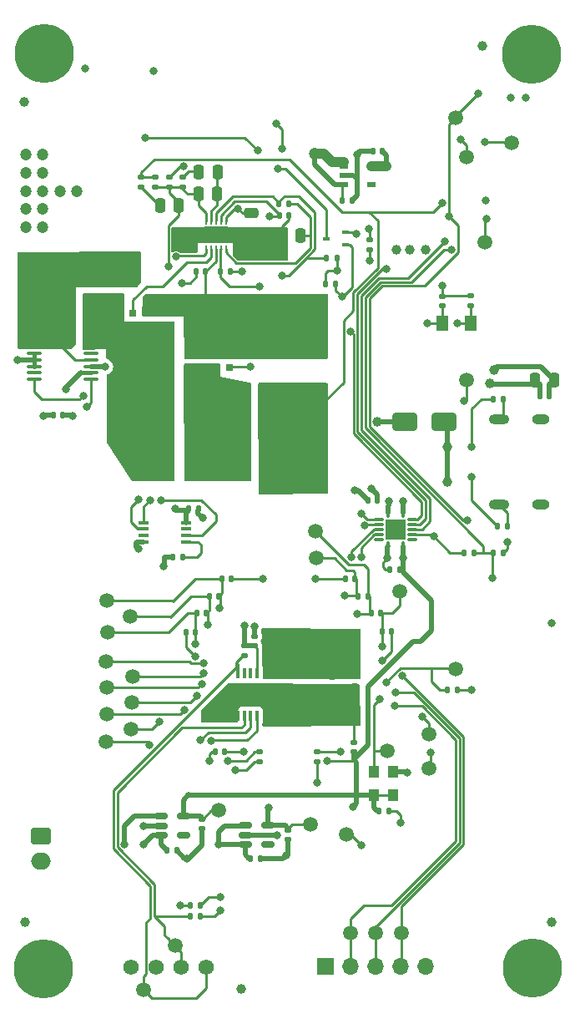
<source format=gbr>
%TF.GenerationSoftware,KiCad,Pcbnew,7.0.6-0*%
%TF.CreationDate,2023-11-19T23:35:54-05:00*%
%TF.ProjectId,bitaxeUltra,62697461-7865-4556-9c74-72612e6b6963,rev?*%
%TF.SameCoordinates,Original*%
%TF.FileFunction,Copper,L1,Top*%
%TF.FilePolarity,Positive*%
%FSLAX46Y46*%
G04 Gerber Fmt 4.6, Leading zero omitted, Abs format (unit mm)*
G04 Created by KiCad (PCBNEW 7.0.6-0) date 2023-11-19 23:35:54*
%MOMM*%
%LPD*%
G01*
G04 APERTURE LIST*
G04 Aperture macros list*
%AMRoundRect*
0 Rectangle with rounded corners*
0 $1 Rounding radius*
0 $2 $3 $4 $5 $6 $7 $8 $9 X,Y pos of 4 corners*
0 Add a 4 corners polygon primitive as box body*
4,1,4,$2,$3,$4,$5,$6,$7,$8,$9,$2,$3,0*
0 Add four circle primitives for the rounded corners*
1,1,$1+$1,$2,$3*
1,1,$1+$1,$4,$5*
1,1,$1+$1,$6,$7*
1,1,$1+$1,$8,$9*
0 Add four rect primitives between the rounded corners*
20,1,$1+$1,$2,$3,$4,$5,0*
20,1,$1+$1,$4,$5,$6,$7,0*
20,1,$1+$1,$6,$7,$8,$9,0*
20,1,$1+$1,$8,$9,$2,$3,0*%
%AMFreePoly0*
4,1,35,0.005000,-4.560000,0.003536,-4.563536,0.000000,-4.565000,-5.000000,-4.565000,-5.003536,-4.563536,-5.005000,-4.560000,-5.005000,-3.898000,-5.003536,-3.894464,-5.000000,-3.893000,-4.325000,-3.893000,-4.325000,-3.269700,-5.000000,-3.269700,-5.003536,-3.268236,-5.005000,-3.264700,-5.005000,-2.599700,-5.003536,-2.596164,-5.000000,-2.594700,-4.325000,-2.594700,-4.325000,-1.971400,-5.000000,-1.971400,
-5.003536,-1.969936,-5.005000,-1.966400,-5.005000,-1.301400,-5.003536,-1.297864,-5.000000,-1.296400,-4.325000,-1.296400,-4.325000,-0.673100,-5.000000,-0.673100,-5.003536,-0.671636,-5.005000,-0.668100,-5.005000,0.000000,-5.003536,0.003536,-5.000000,0.005000,0.005000,0.005000,0.005000,-4.560000,0.005000,-4.560000,$1*%
%AMFreePoly1*
4,1,45,-0.124646,1.700354,-0.124500,1.700000,-0.124500,1.200500,0.124500,1.200500,0.124500,1.700000,0.124646,1.700354,0.125000,1.700500,0.375000,1.700500,0.375354,1.700354,0.375500,1.700000,0.375500,1.200500,0.825000,1.200500,0.825354,1.200354,0.825500,1.200000,0.825500,-1.200000,0.825354,-1.200354,0.825000,-1.200500,0.375500,-1.200500,0.375500,-1.700000,0.375354,-1.700354,
0.375000,-1.700500,0.125000,-1.700500,0.124646,-1.700354,0.124500,-1.700000,0.124500,-1.200500,-0.124500,-1.200500,-0.124500,-1.700000,-0.124646,-1.700354,-0.125000,-1.700500,-0.375000,-1.700500,-0.375354,-1.700354,-0.375500,-1.700000,-0.375500,-1.200500,-0.825000,-1.200500,-0.825354,-1.200354,-0.825500,-1.200000,-0.825500,1.200000,-0.825354,1.200354,-0.825000,1.200500,-0.375500,1.200500,
-0.375500,1.700000,-0.375354,1.700354,-0.375000,1.700500,-0.125000,1.700500,-0.124646,1.700354,-0.124646,1.700354,$1*%
G04 Aperture macros list end*
%TA.AperFunction,SMDPad,CuDef*%
%ADD10RoundRect,0.135000X-0.185000X0.135000X-0.185000X-0.135000X0.185000X-0.135000X0.185000X0.135000X0*%
%TD*%
%TA.AperFunction,SMDPad,CuDef*%
%ADD11RoundRect,0.135000X-0.135000X-0.185000X0.135000X-0.185000X0.135000X0.185000X-0.135000X0.185000X0*%
%TD*%
%TA.AperFunction,SMDPad,CuDef*%
%ADD12RoundRect,0.250000X0.250000X0.475000X-0.250000X0.475000X-0.250000X-0.475000X0.250000X-0.475000X0*%
%TD*%
%TA.AperFunction,SMDPad,CuDef*%
%ADD13RoundRect,0.140000X0.140000X0.170000X-0.140000X0.170000X-0.140000X-0.170000X0.140000X-0.170000X0*%
%TD*%
%TA.AperFunction,SMDPad,CuDef*%
%ADD14RoundRect,0.250000X-1.000000X-0.650000X1.000000X-0.650000X1.000000X0.650000X-1.000000X0.650000X0*%
%TD*%
%TA.AperFunction,SMDPad,CuDef*%
%ADD15RoundRect,0.100000X-0.637500X-0.100000X0.637500X-0.100000X0.637500X0.100000X-0.637500X0.100000X0*%
%TD*%
%TA.AperFunction,SMDPad,CuDef*%
%ADD16RoundRect,0.140000X-0.170000X0.140000X-0.170000X-0.140000X0.170000X-0.140000X0.170000X0.140000X0*%
%TD*%
%TA.AperFunction,SMDPad,CuDef*%
%ADD17C,1.000000*%
%TD*%
%TA.AperFunction,SMDPad,CuDef*%
%ADD18RoundRect,0.135000X0.135000X0.185000X-0.135000X0.185000X-0.135000X-0.185000X0.135000X-0.185000X0*%
%TD*%
%TA.AperFunction,SMDPad,CuDef*%
%ADD19C,1.500000*%
%TD*%
%TA.AperFunction,SMDPad,CuDef*%
%ADD20R,0.700000X0.450000*%
%TD*%
%TA.AperFunction,SMDPad,CuDef*%
%ADD21RoundRect,0.250000X-0.475000X0.250000X-0.475000X-0.250000X0.475000X-0.250000X0.475000X0.250000X0*%
%TD*%
%TA.AperFunction,SMDPad,CuDef*%
%ADD22RoundRect,0.250000X-0.250000X-0.475000X0.250000X-0.475000X0.250000X0.475000X-0.250000X0.475000X0*%
%TD*%
%TA.AperFunction,SMDPad,CuDef*%
%ADD23R,1.168400X1.600200*%
%TD*%
%TA.AperFunction,SMDPad,CuDef*%
%ADD24RoundRect,0.150000X-0.512500X-0.150000X0.512500X-0.150000X0.512500X0.150000X-0.512500X0.150000X0*%
%TD*%
%TA.AperFunction,SMDPad,CuDef*%
%ADD25RoundRect,0.140000X0.170000X-0.140000X0.170000X0.140000X-0.170000X0.140000X-0.170000X-0.140000X0*%
%TD*%
%TA.AperFunction,SMDPad,CuDef*%
%ADD26R,0.400000X1.100000*%
%TD*%
%TA.AperFunction,SMDPad,CuDef*%
%ADD27RoundRect,0.140000X-0.140000X-0.170000X0.140000X-0.170000X0.140000X0.170000X-0.140000X0.170000X0*%
%TD*%
%TA.AperFunction,ComponentPad*%
%ADD28C,0.800000*%
%TD*%
%TA.AperFunction,ComponentPad*%
%ADD29C,6.000000*%
%TD*%
%TA.AperFunction,SMDPad,CuDef*%
%ADD30RoundRect,0.007800X-0.122200X0.442200X-0.122200X-0.442200X0.122200X-0.442200X0.122200X0.442200X0*%
%TD*%
%TA.AperFunction,SMDPad,CuDef*%
%ADD31RoundRect,0.007800X-0.442200X-0.122200X0.442200X-0.122200X0.442200X0.122200X-0.442200X0.122200X0*%
%TD*%
%TA.AperFunction,SMDPad,CuDef*%
%ADD32R,2.050000X2.050000*%
%TD*%
%TA.AperFunction,ComponentPad*%
%ADD33C,0.500000*%
%TD*%
%TA.AperFunction,SMDPad,CuDef*%
%ADD34R,3.100000X2.000000*%
%TD*%
%TA.AperFunction,SMDPad,CuDef*%
%ADD35RoundRect,0.135000X0.185000X-0.135000X0.185000X0.135000X-0.185000X0.135000X-0.185000X-0.135000X0*%
%TD*%
%TA.AperFunction,SMDPad,CuDef*%
%ADD36R,1.100000X0.400000*%
%TD*%
%TA.AperFunction,SMDPad,CuDef*%
%ADD37RoundRect,0.250000X-1.025000X0.875000X-1.025000X-0.875000X1.025000X-0.875000X1.025000X0.875000X0*%
%TD*%
%TA.AperFunction,SMDPad,CuDef*%
%ADD38R,0.700000X0.800000*%
%TD*%
%TA.AperFunction,SMDPad,CuDef*%
%ADD39FreePoly0,270.000000*%
%TD*%
%TA.AperFunction,SMDPad,CuDef*%
%ADD40RoundRect,0.050000X-0.070000X0.250000X-0.070000X-0.250000X0.070000X-0.250000X0.070000X0.250000X0*%
%TD*%
%TA.AperFunction,ComponentPad*%
%ADD41C,0.400000*%
%TD*%
%TA.AperFunction,SMDPad,CuDef*%
%ADD42FreePoly1,270.000000*%
%TD*%
%TA.AperFunction,SMDPad,CuDef*%
%ADD43R,1.600000X2.700000*%
%TD*%
%TA.AperFunction,SMDPad,CuDef*%
%ADD44FreePoly0,90.000000*%
%TD*%
%TA.AperFunction,SMDPad,CuDef*%
%ADD45RoundRect,0.250000X-0.325000X-1.100000X0.325000X-1.100000X0.325000X1.100000X-0.325000X1.100000X0*%
%TD*%
%TA.AperFunction,SMDPad,CuDef*%
%ADD46R,1.100000X1.300000*%
%TD*%
%TA.AperFunction,SMDPad,CuDef*%
%ADD47RoundRect,0.250000X0.325000X0.650000X-0.325000X0.650000X-0.325000X-0.650000X0.325000X-0.650000X0*%
%TD*%
%TA.AperFunction,SMDPad,CuDef*%
%ADD48R,0.952500X0.558800*%
%TD*%
%TA.AperFunction,ComponentPad*%
%ADD49C,1.574800*%
%TD*%
%TA.AperFunction,ComponentPad*%
%ADD50R,1.700000X1.700000*%
%TD*%
%TA.AperFunction,ComponentPad*%
%ADD51O,1.700000X1.700000*%
%TD*%
%TA.AperFunction,ComponentPad*%
%ADD52O,1.800000X1.000000*%
%TD*%
%TA.AperFunction,ComponentPad*%
%ADD53O,2.100000X1.000000*%
%TD*%
%TA.AperFunction,ComponentPad*%
%ADD54RoundRect,0.250000X-0.750000X0.600000X-0.750000X-0.600000X0.750000X-0.600000X0.750000X0.600000X0*%
%TD*%
%TA.AperFunction,ComponentPad*%
%ADD55O,2.000000X1.700000*%
%TD*%
%TA.AperFunction,ViaPad*%
%ADD56C,0.800000*%
%TD*%
%TA.AperFunction,ViaPad*%
%ADD57C,1.200000*%
%TD*%
%TA.AperFunction,ViaPad*%
%ADD58C,1.000000*%
%TD*%
%TA.AperFunction,Conductor*%
%ADD59C,0.254000*%
%TD*%
%TA.AperFunction,Conductor*%
%ADD60C,0.508000*%
%TD*%
%TA.AperFunction,Conductor*%
%ADD61C,0.400000*%
%TD*%
%TA.AperFunction,Conductor*%
%ADD62C,1.000000*%
%TD*%
G04 APERTURE END LIST*
D10*
%TO.P,R8,1*%
%TO.N,/3V3*%
X113770000Y-69930000D03*
%TO.P,R8,2*%
%TO.N,/PLUG_SENSE*%
X113770000Y-70950000D03*
%TD*%
D11*
%TO.P,R7,1*%
%TO.N,/3V3*%
X109340000Y-74410000D03*
%TO.P,R7,2*%
%TO.N,/ESP32/PWR_EN*%
X110360000Y-74410000D03*
%TD*%
D12*
%TO.P,C43,1*%
%TO.N,Net-(U9-BP)*%
X106814000Y-69487000D03*
%TO.P,C43,2*%
%TO.N,GND*%
X104914000Y-69487000D03*
%TD*%
D13*
%TO.P,C19,1*%
%TO.N,/BM1366/1V8*%
X116836000Y-103365000D03*
%TO.P,C19,2*%
%TO.N,GND*%
X115876000Y-103365000D03*
%TD*%
D14*
%TO.P,D1,1*%
%TO.N,/5V*%
X117380000Y-88392000D03*
%TO.P,D1,2*%
%TO.N,Net-(D1-Pad2)*%
X121380000Y-88392000D03*
%TD*%
D15*
%TO.P,U8,1,IN+*%
%TO.N,/Power/VIN*%
X79777500Y-79495000D03*
%TO.P,U8,2,IN+*%
X79777500Y-80145000D03*
%TO.P,U8,3,IN+*%
X79777500Y-80795000D03*
%TO.P,U8,4,A1*%
%TO.N,GND*%
X79777500Y-81445000D03*
%TO.P,U8,5,A0*%
X79777500Y-82095000D03*
%TO.P,U8,6,GND*%
X79777500Y-82745000D03*
%TO.P,U8,7,ALERT*%
%TO.N,unconnected-(U8-ALERT-Pad7)*%
X79777500Y-83395000D03*
%TO.P,U8,8,SDA*%
%TO.N,/SDA*%
X79777500Y-84045000D03*
%TO.P,U8,9,SCL*%
%TO.N,/SCL*%
X85502500Y-84045000D03*
%TO.P,U8,10,VS*%
%TO.N,/3V3*%
X85502500Y-83395000D03*
%TO.P,U8,11,GND*%
%TO.N,GND*%
X85502500Y-82745000D03*
%TO.P,U8,12,VBUS*%
%TO.N,/Power/VIN*%
X85502500Y-82095000D03*
%TO.P,U8,13,NC*%
%TO.N,unconnected-(U8-NC-Pad13)*%
X85502500Y-81445000D03*
%TO.P,U8,14,IN-*%
%TO.N,/5V*%
X85502500Y-80795000D03*
%TO.P,U8,15,IN-*%
X85502500Y-80145000D03*
%TO.P,U8,16,IN-*%
X85502500Y-79495000D03*
%TD*%
D16*
%TO.P,C7,1*%
%TO.N,/VDD*%
X112268000Y-114175600D03*
%TO.P,C7,2*%
%TO.N,GND*%
X112268000Y-115135600D03*
%TD*%
D17*
%TO.P,FID2,*%
%TO.N,*%
X125272800Y-50292000D03*
%TD*%
%TO.P,FID4,*%
%TO.N,*%
X132257800Y-139065000D03*
%TD*%
D10*
%TO.P,R13,1*%
%TO.N,/VDD*%
X90649600Y-63569000D03*
%TO.P,R13,2*%
%TO.N,Net-(C45-Pad1)*%
X90649600Y-64589000D03*
%TD*%
D17*
%TO.P,FID3,*%
%TO.N,*%
X78841600Y-139065000D03*
%TD*%
D18*
%TO.P,R6,1*%
%TO.N,GND*%
X122717000Y-115554000D03*
%TO.P,R6,2*%
%TO.N,/BM1366/BI*%
X121697000Y-115554000D03*
%TD*%
D13*
%TO.P,C1,1*%
%TO.N,GND*%
X115730000Y-127810000D03*
%TO.P,C1,2*%
%TO.N,/BM1366/1V8*%
X114770000Y-127810000D03*
%TD*%
D19*
%TO.P,TP38,1,1*%
%TO.N,/BM1366/NRSTO*%
X87045800Y-112699800D03*
%TD*%
D20*
%TO.P,Q4,1,G*%
%TO.N,/ESP32/PWR_EN*%
X111370000Y-70430000D03*
%TO.P,Q4,2,S*%
%TO.N,GND*%
X111370000Y-69130000D03*
%TO.P,Q4,3,D*%
%TO.N,Net-(Q4-D)*%
X109370000Y-69780000D03*
%TD*%
D12*
%TO.P,C41,1*%
%TO.N,Net-(U9-COMP)*%
X98355400Y-63005800D03*
%TO.P,C41,2*%
%TO.N,Net-(C41-Pad2)*%
X96455400Y-63005800D03*
%TD*%
D19*
%TO.P,TP19,1,1*%
%TO.N,/3V3*%
X123610000Y-84120000D03*
%TD*%
D13*
%TO.P,C3,1*%
%TO.N,/BM1366/VDD3_0*%
X114920000Y-107790000D03*
%TO.P,C3,2*%
%TO.N,/BM1366/VDD2_0*%
X113960000Y-107790000D03*
%TD*%
D18*
%TO.P,R5,1*%
%TO.N,GND*%
X127764000Y-98910000D03*
%TO.P,R5,2*%
%TO.N,Net-(J8-CC2)*%
X126744000Y-98910000D03*
%TD*%
D21*
%TO.P,C38,1*%
%TO.N,/5V*%
X101783000Y-67211600D03*
%TO.P,C38,2*%
%TO.N,GND*%
X101783000Y-69111600D03*
%TD*%
D19*
%TO.P,TP35,1,1*%
%TO.N,/BM1366/VDD2_0*%
X108340000Y-99470000D03*
%TD*%
%TO.P,TP5,1,1*%
%TO.N,GND*%
X111440000Y-130160000D03*
%TD*%
D16*
%TO.P,C25,1*%
%TO.N,/BM1366/0V8*%
X105540000Y-129760000D03*
%TO.P,C25,2*%
%TO.N,GND*%
X105540000Y-130720000D03*
%TD*%
D22*
%TO.P,C45,1*%
%TO.N,Net-(C45-Pad1)*%
X92522000Y-66420000D03*
%TO.P,C45,2*%
%TO.N,/Power/OUT0*%
X94422000Y-66420000D03*
%TD*%
D23*
%TO.P,Y1,1,1*%
%TO.N,/ESP32/XIN32*%
X124017400Y-78349000D03*
%TO.P,Y1,2,2*%
%TO.N,/ESP32/XOUT32*%
X121172600Y-78349000D03*
%TD*%
D19*
%TO.P,TP16,1,1*%
%TO.N,/Fan/FAN_TACH*%
X94107000Y-141452600D03*
%TD*%
%TO.P,TP15,1,1*%
%TO.N,/Fan/FAN_PWM*%
X90855800Y-145948400D03*
%TD*%
D24*
%TO.P,U5,1,VIN*%
%TO.N,/5V*%
X92615500Y-128358000D03*
%TO.P,U5,2,GND*%
%TO.N,GND*%
X92615500Y-129308000D03*
%TO.P,U5,3,EN*%
%TO.N,/5V*%
X92615500Y-130258000D03*
%TO.P,U5,4,PG*%
%TO.N,unconnected-(U5-PG-Pad4)*%
X94890500Y-130258000D03*
%TO.P,U5,5,VOUT*%
%TO.N,/BM1366/1V8*%
X94890500Y-128358000D03*
%TD*%
D22*
%TO.P,C51,1*%
%TO.N,/3V3*%
X130580000Y-84090000D03*
%TO.P,C51,2*%
%TO.N,GND*%
X132480000Y-84090000D03*
%TD*%
D19*
%TO.P,TP8,1,1*%
%TO.N,/BM1366/ADDR0*%
X119800000Y-119990000D03*
%TD*%
%TO.P,TP23,1,1*%
%TO.N,/ESP32/IO0*%
X122556000Y-57528000D03*
%TD*%
D24*
%TO.P,U6,1,VIN*%
%TO.N,/5V*%
X101182500Y-129290000D03*
%TO.P,U6,2,GND*%
%TO.N,GND*%
X101182500Y-130240000D03*
%TO.P,U6,3,EN*%
%TO.N,/5V*%
X101182500Y-131190000D03*
%TO.P,U6,4,PG*%
%TO.N,unconnected-(U6-PG-Pad4)*%
X103457500Y-131190000D03*
%TO.P,U6,5,VOUT*%
%TO.N,/BM1366/0V8*%
X103457500Y-129290000D03*
%TD*%
D19*
%TO.P,TP1,1,1*%
%TO.N,/BM1366/BO*%
X89763600Y-114223800D03*
%TD*%
D25*
%TO.P,C4,1*%
%TO.N,/BM1366/0V8*%
X108485000Y-122798000D03*
%TO.P,C4,2*%
%TO.N,GND*%
X108485000Y-121838000D03*
%TD*%
D19*
%TO.P,TP43,1,1*%
%TO.N,/BM1366/RI*%
X87147400Y-115316000D03*
%TD*%
D26*
%TO.P,U7,1,VDD*%
%TO.N,/3V3*%
X102371800Y-113877200D03*
%TO.P,U7,2,DP*%
%TO.N,unconnected-(U7-DP-Pad2)*%
X101721800Y-113877200D03*
%TO.P,U7,3,DN*%
%TO.N,unconnected-(U7-DN-Pad3)*%
X101071800Y-113877200D03*
%TO.P,U7,4,FAN*%
%TO.N,/Fan/FAN_PWM*%
X100421800Y-113877200D03*
%TO.P,U7,5,GND*%
%TO.N,GND*%
X100421800Y-118177200D03*
%TO.P,U7,6,ALERT/TACH*%
%TO.N,/Fan/FAN_TACH*%
X101071800Y-118177200D03*
%TO.P,U7,7,SMDATA*%
%TO.N,/SDA*%
X101721800Y-118177200D03*
%TO.P,U7,8,SMCLK*%
%TO.N,/SCL*%
X102371800Y-118177200D03*
%TD*%
D13*
%TO.P,C12,1*%
%TO.N,/VDD*%
X99780000Y-104240000D03*
%TO.P,C12,2*%
%TO.N,/BM1366/VDD1_1*%
X98820000Y-104240000D03*
%TD*%
D27*
%TO.P,C52,1*%
%TO.N,/3V3*%
X131050000Y-85700000D03*
%TO.P,C52,2*%
%TO.N,GND*%
X132010000Y-85700000D03*
%TD*%
D18*
%TO.P,R1,1*%
%TO.N,/3V3*%
X127347000Y-101658000D03*
%TO.P,R1,2*%
%TO.N,/ESP32/EN*%
X126327000Y-101658000D03*
%TD*%
D28*
%TO.P,H7,1,1*%
%TO.N,GND*%
X127985010Y-51120990D03*
X128644020Y-49530000D03*
X128644020Y-52711980D03*
X130235010Y-48870990D03*
D29*
X130235010Y-51120990D03*
D28*
X130235010Y-53370990D03*
X131826000Y-49530000D03*
X131826000Y-52711980D03*
X132485010Y-51120990D03*
%TD*%
D25*
%TO.P,C30,1*%
%TO.N,/ESP32/XIN32*%
X124043000Y-76576000D03*
%TO.P,C30,2*%
%TO.N,GND*%
X124043000Y-75616000D03*
%TD*%
D17*
%TO.P,FID1,*%
%TO.N,*%
X78740000Y-55905400D03*
%TD*%
D30*
%TO.P,U2,1,VCCA*%
%TO.N,/BM1366/1V8*%
X115672000Y-97580000D03*
D31*
%TO.P,U2,2,A1*%
%TO.N,/BM1366/RO*%
X114737000Y-98265000D03*
%TO.P,U2,3,A2*%
%TO.N,/BM1366/CI*%
X114737000Y-98765000D03*
%TO.P,U2,4,A3*%
%TO.N,/BM1366/RST_N*%
X114737000Y-99265000D03*
%TO.P,U2,5,A4*%
%TO.N,GND*%
X114737000Y-99765000D03*
%TO.P,U2,6,NC*%
%TO.N,unconnected-(U2-NC-Pad6)*%
X114737000Y-100265000D03*
D30*
%TO.P,U2,7,GND*%
%TO.N,GND*%
X115672000Y-100950000D03*
%TO.P,U2,8,OE*%
%TO.N,/BM1366/1V8*%
X117172000Y-100950000D03*
D31*
%TO.P,U2,9,NC*%
%TO.N,unconnected-(U2-NC-Pad9)*%
X118107000Y-100265000D03*
%TO.P,U2,10,B4*%
%TO.N,GND*%
X118107000Y-99765000D03*
%TO.P,U2,11,B3*%
%TO.N,/RST*%
X118107000Y-99265000D03*
%TO.P,U2,12,B2*%
%TO.N,/TX*%
X118107000Y-98765000D03*
%TO.P,U2,13,B1*%
%TO.N,/RX*%
X118107000Y-98265000D03*
D30*
%TO.P,U2,14,VCCB*%
%TO.N,/3V3*%
X117172000Y-97580000D03*
D32*
%TO.P,U2,15,GND*%
%TO.N,GND*%
X116422000Y-99265000D03*
D33*
%TO.P,U2,16,GND*%
X116922000Y-98765000D03*
%TO.P,U2,17,GND*%
X116922000Y-99765000D03*
%TO.P,U2,18,GND*%
X115922000Y-99765000D03*
%TO.P,U2,19,GND*%
X115922000Y-98765000D03*
%TD*%
D10*
%TO.P,R10,1*%
%TO.N,Net-(C41-Pad2)*%
X94828800Y-63573600D03*
%TO.P,R10,2*%
%TO.N,/Power/OUT0*%
X94828800Y-64593600D03*
%TD*%
D19*
%TO.P,TP42,1,1*%
%TO.N,/BM1366/VDD1_1*%
X87100000Y-106510000D03*
%TD*%
%TO.P,TP17,1,1*%
%TO.N,/ESP32/EN*%
X125500000Y-70190000D03*
%TD*%
D34*
%TO.P,L1,1,1*%
%TO.N,/Power/SW*%
X106000600Y-77761400D03*
%TO.P,L1,2,2*%
%TO.N,/VDD*%
X106000600Y-86081400D03*
%TD*%
D35*
%TO.P,R15,1*%
%TO.N,/Power/OUT0*%
X93465000Y-64589000D03*
%TO.P,R15,2*%
%TO.N,GND*%
X93465000Y-63569000D03*
%TD*%
D13*
%TO.P,C15,1*%
%TO.N,/BM1366/VDD1_1*%
X98490000Y-106040000D03*
%TO.P,C15,2*%
%TO.N,/BM1366/VDD2_1*%
X97530000Y-106040000D03*
%TD*%
D18*
%TO.P,R16,1*%
%TO.N,Net-(U10-FS0)*%
X94840000Y-102040000D03*
%TO.P,R16,2*%
%TO.N,GND*%
X93820000Y-102040000D03*
%TD*%
D28*
%TO.P,H9,1,1*%
%TO.N,GND*%
X128052000Y-143728000D03*
X128711010Y-142137010D03*
X128711010Y-145318990D03*
X130302000Y-141478000D03*
D29*
X130302000Y-143728000D03*
D28*
X130302000Y-145978000D03*
X131892990Y-142137010D03*
X131892990Y-145318990D03*
X132552000Y-143728000D03*
%TD*%
D25*
%TO.P,C16,1*%
%TO.N,Net-(U14-VDDIO_08_1)*%
X102646000Y-122798000D03*
%TO.P,C16,2*%
%TO.N,GND*%
X102646000Y-121838000D03*
%TD*%
D13*
%TO.P,C49,1*%
%TO.N,/3V3*%
X115080000Y-60930000D03*
%TO.P,C49,2*%
%TO.N,GND*%
X114120000Y-60930000D03*
%TD*%
%TO.P,C18,1*%
%TO.N,/BM1366/VDD3_1*%
X96139000Y-109681000D03*
%TO.P,C18,2*%
%TO.N,GND*%
X95179000Y-109681000D03*
%TD*%
D19*
%TO.P,TP18,1,1*%
%TO.N,/ESP32/P_TX*%
X128200000Y-60060000D03*
%TD*%
D12*
%TO.P,C40,1*%
%TO.N,Net-(U9-COMP)*%
X98333000Y-65268000D03*
%TO.P,C40,2*%
%TO.N,/Power/OUT0*%
X96433000Y-65268000D03*
%TD*%
D36*
%TO.P,U10,1,SDA*%
%TO.N,/SDA*%
X90890000Y-98565000D03*
%TO.P,U10,2,SCL*%
%TO.N,/SCL*%
X90890000Y-99215000D03*
%TO.P,U10,3,FS1*%
%TO.N,unconnected-(U10-FS1-Pad3)*%
X90890000Y-99865000D03*
%TO.P,U10,4,GND*%
%TO.N,GND*%
X90890000Y-100515000D03*
%TO.P,U10,5,FS0*%
%TO.N,Net-(U10-FS0)*%
X95190000Y-100515000D03*
%TO.P,U10,6,OUT0*%
%TO.N,/Power/OUT0*%
X95190000Y-99865000D03*
%TO.P,U10,7,OUT1*%
%TO.N,/Power/OUT1*%
X95190000Y-99215000D03*
%TO.P,U10,8,VCC*%
%TO.N,/3V3*%
X95190000Y-98565000D03*
%TD*%
D19*
%TO.P,TP36,1,1*%
%TO.N,/BM1366/VDD3_0*%
X116870000Y-105550000D03*
%TD*%
D27*
%TO.P,C39,1*%
%TO.N,Net-(Q4-D)*%
X104650000Y-67450000D03*
%TO.P,C39,2*%
%TO.N,GND*%
X105610000Y-67450000D03*
%TD*%
D19*
%TO.P,TP44,1,1*%
%TO.N,/BM1366/CLKO*%
X89687400Y-116840000D03*
%TD*%
D28*
%TO.P,H10,1,1*%
%TO.N,GND*%
X78455010Y-143830990D03*
X79114020Y-142240000D03*
X79114020Y-145421980D03*
X80705010Y-141580990D03*
D29*
X80705010Y-143830990D03*
D28*
X80705010Y-146080990D03*
X82296000Y-142240000D03*
X82296000Y-145421980D03*
X82955010Y-143830990D03*
%TD*%
D25*
%TO.P,C31,1*%
%TO.N,/ESP32/XOUT32*%
X121159000Y-76585000D03*
%TO.P,C31,2*%
%TO.N,GND*%
X121159000Y-75625000D03*
%TD*%
D13*
%TO.P,C35,1*%
%TO.N,/3V3*%
X82650000Y-87720000D03*
%TO.P,C35,2*%
%TO.N,GND*%
X81690000Y-87720000D03*
%TD*%
D16*
%TO.P,C10,1*%
%TO.N,/VDD*%
X108712000Y-114201000D03*
%TO.P,C10,2*%
%TO.N,GND*%
X108712000Y-115161000D03*
%TD*%
%TO.P,C11,1*%
%TO.N,/VDD*%
X111150400Y-114226400D03*
%TO.P,C11,2*%
%TO.N,GND*%
X111150400Y-115186400D03*
%TD*%
D10*
%TO.P,R14,1*%
%TO.N,/VDD*%
X92057300Y-63569000D03*
%TO.P,R14,2*%
%TO.N,/Power/OUT0*%
X92057300Y-64589000D03*
%TD*%
D11*
%TO.P,R11,1*%
%TO.N,/Power/PGOOD*%
X104604000Y-66292000D03*
%TO.P,R11,2*%
%TO.N,Net-(U9-BP)*%
X105624000Y-66292000D03*
%TD*%
D13*
%TO.P,C14,1*%
%TO.N,Net-(U14-VDDIO_18_1)*%
X99092000Y-121788000D03*
%TO.P,C14,2*%
%TO.N,GND*%
X98132000Y-121788000D03*
%TD*%
D37*
%TO.P,C13,1*%
%TO.N,/VDD*%
X105600000Y-111360000D03*
%TO.P,C13,2*%
%TO.N,GND*%
X105600000Y-117760000D03*
%TD*%
D38*
%TO.P,Q2,1*%
%TO.N,GND*%
X95751600Y-82862700D03*
%TO.P,Q2,2*%
X97049900Y-82862700D03*
%TO.P,Q2,3,S*%
X98313300Y-82862700D03*
%TO.P,Q2,4,G*%
%TO.N,Net-(Q2-G)*%
X99611600Y-82862700D03*
D39*
%TO.P,Q2,5,D*%
%TO.N,/Power/SW*%
X99961600Y-81957700D03*
%TD*%
D25*
%TO.P,C33,1*%
%TO.N,/3V3*%
X102133400Y-111046200D03*
%TO.P,C33,2*%
%TO.N,GND*%
X102133400Y-110086200D03*
%TD*%
D11*
%TO.P,R2,1*%
%TO.N,/Fan/FAN_TACH*%
X95640000Y-138480000D03*
%TO.P,R2,2*%
%TO.N,/3V3*%
X96660000Y-138480000D03*
%TD*%
D19*
%TO.P,TP3,1,1*%
%TO.N,/BM1366/RO*%
X114410000Y-140150000D03*
%TD*%
%TO.P,TP41,1,1*%
%TO.N,/BM1366/VDD2_1*%
X89500000Y-108130000D03*
%TD*%
D27*
%TO.P,C44,1*%
%TO.N,/3V3*%
X95450000Y-97140000D03*
%TO.P,C44,2*%
%TO.N,GND*%
X96410000Y-97140000D03*
%TD*%
D40*
%TO.P,U9,1,VDD*%
%TO.N,/5V*%
X99201691Y-68022200D03*
%TO.P,U9,2,EN/SS*%
%TO.N,Net-(Q4-D)*%
X98701691Y-68022200D03*
%TO.P,U9,3,PGOOD*%
%TO.N,/Power/PGOOD*%
X98201691Y-68022200D03*
%TO.P,U9,4,COMP*%
%TO.N,Net-(U9-COMP)*%
X97701691Y-68022200D03*
%TO.P,U9,5,FB*%
%TO.N,/Power/OUT0*%
X97201691Y-68022200D03*
%TO.P,U9,6,BOOT*%
%TO.N,Net-(U9-BOOT)*%
X97201691Y-70822200D03*
%TO.P,U9,7,HDRV*%
%TO.N,Net-(Q1-G)*%
X97701691Y-70822200D03*
%TO.P,U9,8,SW*%
%TO.N,/Power/SW*%
X98201691Y-70822200D03*
%TO.P,U9,9,LDRV*%
%TO.N,Net-(Q2-G)*%
X98701691Y-70822200D03*
%TO.P,U9,10,BP*%
%TO.N,Net-(U9-BP)*%
X99201691Y-70822200D03*
D41*
%TO.P,U9,11,GND*%
%TO.N,GND*%
X98201691Y-68847200D03*
X99151691Y-69422200D03*
D42*
X98201691Y-69422200D03*
D41*
X97251691Y-69422200D03*
X98201691Y-69997200D03*
%TD*%
D19*
%TO.P,TP34,1,1*%
%TO.N,/BM1366/VDD1_0*%
X108370000Y-102200000D03*
%TD*%
%TO.P,TP46,1,1*%
%TO.N,/BM1366/PIN_MODE*%
X87071200Y-120827800D03*
%TD*%
D28*
%TO.P,H8,1,1*%
%TO.N,GND*%
X78558000Y-51054000D03*
X79217010Y-49463010D03*
X79217010Y-52644990D03*
X80808000Y-48804000D03*
D29*
X80808000Y-51054000D03*
D28*
X80808000Y-53304000D03*
X82398990Y-49463010D03*
X82398990Y-52644990D03*
X83058000Y-51054000D03*
%TD*%
D27*
%TO.P,C22,1*%
%TO.N,/5V*%
X93253000Y-131818000D03*
%TO.P,C22,2*%
%TO.N,GND*%
X94213000Y-131818000D03*
%TD*%
D19*
%TO.P,TP10,1,1*%
%TO.N,/BM1366/ADDR1*%
X119800000Y-123540000D03*
%TD*%
D13*
%TO.P,C21,1*%
%TO.N,/ESP32/EN*%
X124370000Y-101660000D03*
%TO.P,C21,2*%
%TO.N,GND*%
X123410000Y-101660000D03*
%TD*%
%TO.P,C6,1*%
%TO.N,/BM1366/VDD2_0*%
X113620000Y-106030000D03*
%TO.P,C6,2*%
%TO.N,/BM1366/VDD1_0*%
X112660000Y-106030000D03*
%TD*%
D43*
%TO.P,C46,1*%
%TO.N,/VDD*%
X103851600Y-89640200D03*
%TO.P,C46,2*%
%TO.N,GND*%
X100851600Y-89640200D03*
%TD*%
D38*
%TO.P,Q1,1*%
%TO.N,/Power/SW*%
X93649887Y-77313864D03*
%TO.P,Q1,2*%
X92351587Y-77313864D03*
%TO.P,Q1,3,S*%
X91088187Y-77313864D03*
%TO.P,Q1,4,G*%
%TO.N,Net-(Q1-G)*%
X89789887Y-77313864D03*
D44*
%TO.P,Q1,5,D*%
%TO.N,/5V*%
X89439887Y-78218864D03*
%TD*%
D27*
%TO.P,C42,1*%
%TO.N,Net-(U9-BOOT)*%
X96189800Y-73128000D03*
%TO.P,C42,2*%
%TO.N,/Power/SW*%
X97149800Y-73128000D03*
%TD*%
D19*
%TO.P,TP7,1,1*%
%TO.N,/BM1366/CLKI*%
X115560000Y-121710000D03*
%TD*%
D45*
%TO.P,C34,1*%
%TO.N,/5V*%
X92806600Y-85970200D03*
%TO.P,C34,2*%
%TO.N,GND*%
X95756600Y-85970200D03*
%TD*%
D19*
%TO.P,TP40,1,1*%
%TO.N,/BM1366/VDD3_1*%
X87180000Y-109740000D03*
%TD*%
%TO.P,TP4,1,1*%
%TO.N,/BM1366/RST_N*%
X117040000Y-140190000D03*
%TD*%
D46*
%TO.P,U1,1,EN*%
%TO.N,/BM1366/1V8*%
X116140000Y-126170000D03*
%TO.P,U1,2,GND*%
%TO.N,GND*%
X116140000Y-123870000D03*
%TO.P,U1,3,OUT*%
%TO.N,/BM1366/CLKI*%
X114240000Y-123870000D03*
%TO.P,U1,4,VIN*%
%TO.N,/BM1366/1V8*%
X114240000Y-126170000D03*
%TD*%
D19*
%TO.P,TP13,1,1*%
%TO.N,/BM1366/1V8*%
X98473000Y-127736000D03*
%TD*%
D11*
%TO.P,R12,1*%
%TO.N,Net-(Q2-G)*%
X98650200Y-73123400D03*
%TO.P,R12,2*%
%TO.N,GND*%
X99670200Y-73123400D03*
%TD*%
D18*
%TO.P,R4,1*%
%TO.N,/3V3*%
X110465000Y-71760000D03*
%TO.P,R4,2*%
%TO.N,/Power/PGOOD*%
X109445000Y-71760000D03*
%TD*%
D13*
%TO.P,C2,1*%
%TO.N,GND*%
X116020000Y-109624000D03*
%TO.P,C2,2*%
%TO.N,/BM1366/VDD3_0*%
X115060000Y-109624000D03*
%TD*%
D27*
%TO.P,C23,1*%
%TO.N,/5V*%
X101730000Y-132610000D03*
%TO.P,C23,2*%
%TO.N,GND*%
X102690000Y-132610000D03*
%TD*%
D19*
%TO.P,TP6,1,1*%
%TO.N,/BM1366/INV_CLKO*%
X89560400Y-119507000D03*
%TD*%
D25*
%TO.P,C5,1*%
%TO.N,/BM1366/1V8*%
X112160000Y-121800000D03*
%TO.P,C5,2*%
%TO.N,GND*%
X112160000Y-120840000D03*
%TD*%
D19*
%TO.P,TP9,1,1*%
%TO.N,/BM1366/BI*%
X122500000Y-113430000D03*
%TD*%
D35*
%TO.P,R9,1*%
%TO.N,/Fan/FAN_PWM*%
X101092000Y-112066800D03*
%TO.P,R9,2*%
%TO.N,/3V3*%
X101092000Y-111046800D03*
%TD*%
D13*
%TO.P,C17,1*%
%TO.N,/BM1366/VDD2_1*%
X97210000Y-107780000D03*
%TO.P,C17,2*%
%TO.N,/BM1366/VDD3_1*%
X96250000Y-107780000D03*
%TD*%
%TO.P,C8,1*%
%TO.N,/BM1366/VDD1_0*%
X112290000Y-104240000D03*
%TO.P,C8,2*%
%TO.N,/VDD*%
X111330000Y-104240000D03*
%TD*%
D27*
%TO.P,C29,1*%
%TO.N,/5V*%
X95640000Y-137410000D03*
%TO.P,C29,2*%
%TO.N,GND*%
X96600000Y-137410000D03*
%TD*%
D19*
%TO.P,TP14,1,1*%
%TO.N,/BM1366/0V8*%
X107830000Y-129200000D03*
%TD*%
%TO.P,TP45,1,1*%
%TO.N,/BM1366/CO*%
X87122000Y-117983000D03*
%TD*%
D18*
%TO.P,R3,1*%
%TO.N,GND*%
X127382000Y-86047000D03*
%TO.P,R3,2*%
%TO.N,Net-(J8-CC1)*%
X126362000Y-86047000D03*
%TD*%
D27*
%TO.P,C27,1*%
%TO.N,/5V*%
X111051000Y-65931000D03*
%TO.P,C27,2*%
%TO.N,GND*%
X112011000Y-65931000D03*
%TD*%
D19*
%TO.P,TP22,1,1*%
%TO.N,/ESP32/P_RX*%
X123640000Y-61510000D03*
%TD*%
%TO.P,TP2,1,1*%
%TO.N,/BM1366/CI*%
X111890000Y-140150000D03*
%TD*%
D13*
%TO.P,C20,1*%
%TO.N,/3V3*%
X114582000Y-96355000D03*
%TO.P,C20,2*%
%TO.N,GND*%
X113622000Y-96355000D03*
%TD*%
D47*
%TO.P,C47,1*%
%TO.N,/VDD*%
X103786600Y-92610200D03*
%TO.P,C47,2*%
%TO.N,GND*%
X100836600Y-92610200D03*
%TD*%
D16*
%TO.P,C24,1*%
%TO.N,/BM1366/1V8*%
X96763000Y-128638000D03*
%TO.P,C24,2*%
%TO.N,GND*%
X96763000Y-129598000D03*
%TD*%
D45*
%TO.P,C36,1*%
%TO.N,/5V*%
X92766600Y-89380200D03*
%TO.P,C36,2*%
%TO.N,GND*%
X95716600Y-89380200D03*
%TD*%
D16*
%TO.P,C9,1*%
%TO.N,/VDD*%
X109982000Y-114230000D03*
%TO.P,C9,2*%
%TO.N,GND*%
X109982000Y-115190000D03*
%TD*%
D48*
%TO.P,U11,1,VIN*%
%TO.N,/5V*%
X111185050Y-62440200D03*
%TO.P,U11,2,GND*%
%TO.N,GND*%
X111185050Y-63380000D03*
%TO.P,U11,3,EN*%
%TO.N,/5V*%
X111185050Y-64319800D03*
%TO.P,U11,4,NC*%
%TO.N,unconnected-(U11-NC-Pad4)*%
X113940950Y-64319800D03*
%TO.P,U11,5,VOUT*%
%TO.N,/3V3*%
X113940950Y-62440200D03*
%TD*%
D45*
%TO.P,C37,1*%
%TO.N,/5V*%
X92766600Y-92740200D03*
%TO.P,C37,2*%
%TO.N,GND*%
X95716600Y-92740200D03*
%TD*%
D49*
%TO.P,J4,1,Pin_1*%
%TO.N,GND*%
X89621000Y-143622000D03*
%TO.P,J4,2,Pin_2*%
%TO.N,/5V*%
X92161000Y-143622000D03*
%TO.P,J4,3,Pin_3*%
%TO.N,/Fan/FAN_TACH*%
X94701000Y-143622000D03*
%TO.P,J4,4,Pin_4*%
%TO.N,/Fan/FAN_PWM*%
X97241000Y-143622000D03*
%TD*%
D50*
%TO.P,J7,1,Pin_1*%
%TO.N,/Power/VIN*%
X83000000Y-76540000D03*
D51*
%TO.P,J7,2,Pin_2*%
%TO.N,/5V*%
X85540000Y-76540000D03*
%TD*%
D50*
%TO.P,J3,1,Pin_1*%
%TO.N,/BM1366/1V8*%
X109350000Y-143580000D03*
D51*
%TO.P,J3,2,Pin_2*%
%TO.N,/BM1366/CI*%
X111890000Y-143580000D03*
%TO.P,J3,3,Pin_3*%
%TO.N,/BM1366/RO*%
X114430000Y-143580000D03*
%TO.P,J3,4,Pin_4*%
%TO.N,/BM1366/RST_N*%
X116970000Y-143580000D03*
%TO.P,J3,5,Pin_5*%
%TO.N,GND*%
X119510000Y-143580000D03*
%TD*%
D52*
%TO.P,J8,S1,SHIELD*%
%TO.N,GND*%
X131123000Y-88136000D03*
D53*
X126943000Y-88136000D03*
D52*
X131123000Y-96776000D03*
D53*
X126943000Y-96776000D03*
%TD*%
D54*
%TO.P,J2,1,Pin_1*%
%TO.N,GND*%
X80470000Y-130360000D03*
D55*
%TO.P,J2,2,Pin_2*%
%TO.N,/5V*%
X80470000Y-132860000D03*
%TD*%
D56*
%TO.N,/3V3*%
X113750000Y-68810000D03*
%TO.N,/PLUG_SENSE*%
X113800000Y-71990000D03*
X102440000Y-60880000D03*
X91020000Y-59560000D03*
%TO.N,GND*%
X95067000Y-70471000D03*
D57*
X80640000Y-68607500D03*
X80640000Y-63125000D03*
D56*
X78090000Y-82060000D03*
X100850600Y-73131400D03*
D57*
X80640000Y-64952500D03*
D56*
X116910000Y-128990000D03*
D58*
X116540000Y-70920000D03*
D57*
X80640000Y-66780000D03*
D56*
X97320000Y-93500000D03*
D57*
X78960000Y-61300000D03*
X82430000Y-64970000D03*
D56*
X125600000Y-65940000D03*
X112980000Y-131260000D03*
X96109000Y-112124000D03*
D57*
X84110000Y-64967500D03*
D56*
X97320000Y-87878600D03*
X112460000Y-69350000D03*
X100580000Y-87270000D03*
X106396000Y-118533000D03*
X97320000Y-84830000D03*
X110862000Y-121832000D03*
X98860000Y-84830000D03*
D57*
X78960000Y-64955000D03*
D56*
X104082000Y-115436000D03*
X98682000Y-136516000D03*
X98860000Y-93500000D03*
X99393000Y-122727000D03*
X106408000Y-116351000D03*
X128120000Y-55550000D03*
D57*
X78960000Y-66782500D03*
D56*
X95758000Y-69431400D03*
D58*
X100765000Y-145890000D03*
D56*
X94890000Y-62470000D03*
X94411000Y-69401000D03*
X97320000Y-86310000D03*
X105673000Y-117442000D03*
X80660000Y-87760000D03*
X97320000Y-89650000D03*
X84960000Y-52550000D03*
X97551000Y-122747000D03*
X124109000Y-115539000D03*
D58*
X117910000Y-70950000D03*
D56*
X90360055Y-101249945D03*
X98860000Y-91520000D03*
X117602000Y-123903000D03*
X101779000Y-71402000D03*
X104855000Y-118563000D03*
X104132000Y-117472000D03*
X121210000Y-74547000D03*
X98860000Y-86310000D03*
X102625000Y-70567000D03*
X97320000Y-91520000D03*
X112922500Y-102037000D03*
X107144000Y-117442000D03*
X90897000Y-129309000D03*
X112318000Y-95325000D03*
X112512000Y-61250000D03*
X105623000Y-115406000D03*
X98860000Y-89650000D03*
X104867000Y-116381000D03*
X100801000Y-70578000D03*
X86970000Y-82770000D03*
X104830000Y-71398000D03*
D58*
X119454234Y-70914234D03*
D56*
X105330000Y-132320000D03*
X104430000Y-130240000D03*
D58*
X126380000Y-83110000D03*
D56*
X98860000Y-87878600D03*
D57*
X80640000Y-61297500D03*
D56*
X115573700Y-102188000D03*
X120310000Y-100000000D03*
D57*
X78960000Y-68610000D03*
X78960000Y-63127500D03*
D56*
X103584000Y-71410000D03*
X102082600Y-109067600D03*
X96840000Y-98140000D03*
X132297000Y-108743000D03*
X92910000Y-102990000D03*
X95260000Y-132630000D03*
X107094000Y-115406000D03*
X115099642Y-112550642D03*
X100580000Y-85521400D03*
D57*
%TO.N,/Power/VIN*%
X80580000Y-71910000D03*
X78980000Y-76130000D03*
X78980000Y-78230000D03*
X80580000Y-78210000D03*
X80580000Y-76110000D03*
X85100000Y-72150000D03*
X86750000Y-73660000D03*
X80580000Y-74010000D03*
X85100000Y-73660000D03*
X78980000Y-71930000D03*
X86750000Y-72150000D03*
X78980000Y-74030000D03*
D56*
%TO.N,/BM1366/1V8*%
X115737362Y-96385646D03*
X117172000Y-102173000D03*
X112130000Y-127390000D03*
X109458000Y-122723000D03*
%TO.N,/BM1366/INV_CLKO*%
X92430600Y-118795800D03*
%TO.N,/VDD*%
X121149900Y-66170000D03*
X103000000Y-104240000D03*
X105152000Y-113890000D03*
D57*
X107870000Y-90540000D03*
X107910000Y-92670000D03*
D56*
X104126000Y-113110000D03*
X108330000Y-104270000D03*
X107204000Y-113920000D03*
D57*
X107910000Y-94640000D03*
D56*
X106178000Y-113110000D03*
D57*
X105880000Y-90540000D03*
X105880000Y-88500000D03*
X107850000Y-88520000D03*
X105930000Y-94670000D03*
X105900000Y-92650000D03*
D56*
%TO.N,/ESP32/EN*%
X126293000Y-104178000D03*
X125650000Y-67760000D03*
X122101300Y-70905000D03*
D58*
%TO.N,/5V*%
X114580768Y-88400366D03*
D56*
X88883000Y-131168000D03*
X100470000Y-66770000D03*
X94580000Y-137390000D03*
X90881000Y-131182000D03*
D57*
X108214845Y-61185155D03*
D56*
X98450000Y-131200000D03*
%TO.N,/3V3*%
X110500000Y-73050000D03*
X115457000Y-62413000D03*
X114010000Y-95176000D03*
X127766000Y-100521000D03*
X129610000Y-55490000D03*
D58*
X126000000Y-84500000D03*
D56*
X123394000Y-86260000D03*
X91850000Y-52820000D03*
X98662000Y-137914100D03*
X117172000Y-96434000D03*
X83700000Y-87750000D03*
X101092000Y-109016800D03*
X94100000Y-97190000D03*
X82990000Y-85090000D03*
%TO.N,/TX*%
X115482566Y-72844545D03*
%TO.N,/RX*%
X111892000Y-79190000D03*
%TO.N,/BM1366/VDD3_0*%
X115070000Y-111160000D03*
%TO.N,/BM1366/VDD2_0*%
X112530000Y-107800000D03*
%TO.N,/RST*%
X121437000Y-70037900D03*
%TO.N,/BM1366/PIN_MODE*%
X91480645Y-121097045D03*
%TO.N,/SCL*%
X85120000Y-86810000D03*
X90390000Y-96230000D03*
X97713800Y-120675400D03*
%TO.N,/Power/OUT0*%
X92680000Y-96280000D03*
X93399000Y-72582000D03*
%TO.N,/BM1366/0V8*%
X108468000Y-124939000D03*
X103530000Y-127490000D03*
%TO.N,/BM1366/VDD1_0*%
X111250000Y-106010000D03*
%TO.N,/BM1366/VDD1_1*%
X98602800Y-107213400D03*
%TO.N,/BM1366/VDD2_1*%
X97409000Y-108966000D03*
%TO.N,/BM1366/VDD3_1*%
X96130000Y-110920000D03*
%TO.N,Net-(Q4-D)*%
X104500000Y-62680000D03*
X103630000Y-67500000D03*
%TO.N,Net-(U9-BOOT)*%
X94155000Y-71626000D03*
X94772000Y-74270800D03*
%TO.N,/BM1366/CI*%
X116334852Y-117175300D03*
X113272599Y-98869299D03*
%TO.N,/BM1366/RO*%
X112962000Y-97645000D03*
X116428000Y-115817000D03*
%TO.N,/BM1366/RST_N*%
X117148868Y-114071132D03*
X111948000Y-102053000D03*
%TO.N,Net-(Q2-G)*%
X101710600Y-82811400D03*
X102630000Y-74620000D03*
%TO.N,/BM1366/RI*%
X96774000Y-114909600D03*
%TO.N,/BM1366/CLKI*%
X114844000Y-116495900D03*
%TO.N,/BM1366/NRSTO*%
X96967045Y-112836955D03*
%TO.N,/BM1366/BO*%
X96995638Y-113825659D03*
%TO.N,/BM1366/CLKO*%
X96266000Y-116154200D03*
%TO.N,/BM1366/CO*%
X94996000Y-117551200D03*
%TO.N,/ESP32/P_TX*%
X125466555Y-60033445D03*
%TO.N,/ESP32/P_RX*%
X123040000Y-59730000D03*
%TO.N,/ESP32/IO0*%
X124830000Y-55100000D03*
X121828800Y-67530000D03*
X123719000Y-98362000D03*
%TO.N,/ESP32/XIN32*%
X122670000Y-78400000D03*
%TO.N,/BM1366/ADDR0*%
X119110000Y-118260000D03*
%TO.N,/ESP32/XOUT32*%
X119660000Y-78360000D03*
%TO.N,/Power/PGOOD*%
X104940000Y-73540000D03*
%TO.N,/ESP32/PWR_EN*%
X110990000Y-75660000D03*
%TO.N,/SDA*%
X96656000Y-120659000D03*
X84730000Y-85730000D03*
X91500000Y-96290000D03*
X104300000Y-58100000D03*
X104902000Y-60690000D03*
%TO.N,/BM1366/BI*%
X115540000Y-114780000D03*
%TO.N,/BM1366/ADDR1*%
X119960000Y-121860000D03*
D58*
%TO.N,Net-(D1-Pad2)*%
X121666000Y-90932000D03*
X121666000Y-94488000D03*
D56*
%TO.N,Net-(J8-CC1)*%
X124159000Y-90943000D03*
%TO.N,Net-(J8-CC2)*%
X124154000Y-93963000D03*
%TO.N,Net-(U14-VDDIO_18_1)*%
X101015000Y-121775000D03*
%TO.N,Net-(U14-VDDIO_08_1)*%
X100155000Y-123661000D03*
%TD*%
D59*
%TO.N,Net-(Q1-G)*%
X97708800Y-70829309D02*
X97708800Y-71663600D01*
X97708800Y-71663600D02*
X97208400Y-72164000D01*
X97208400Y-72164000D02*
X95253000Y-72164000D01*
X97701691Y-70822200D02*
X97708800Y-70829309D01*
X95253000Y-72164000D02*
X92807000Y-74610000D01*
X91180000Y-74610000D02*
X89789887Y-76000113D01*
X92807000Y-74610000D02*
X91180000Y-74610000D01*
X89789887Y-76000113D02*
X89789887Y-77313864D01*
%TO.N,/Power/OUT0*%
X96740000Y-96280000D02*
X98240000Y-97780000D01*
X92680000Y-96280000D02*
X96740000Y-96280000D01*
X98240000Y-98400000D02*
X96775000Y-99865000D01*
X96775000Y-99865000D02*
X95190000Y-99865000D01*
X98240000Y-97780000D02*
X98240000Y-98400000D01*
%TO.N,/Power/SW*%
X97149800Y-73128000D02*
X97149800Y-75769800D01*
X97149800Y-75769800D02*
X97170000Y-75790000D01*
%TO.N,Net-(Q2-G)*%
X99549200Y-74620000D02*
X98650200Y-73721000D01*
X102630000Y-74620000D02*
X99549200Y-74620000D01*
X98650200Y-73721000D02*
X98650200Y-73123400D01*
%TO.N,/PLUG_SENSE*%
X102440000Y-60880000D02*
X101120000Y-59560000D01*
X101120000Y-59560000D02*
X91020000Y-59560000D01*
%TO.N,/3V3*%
X113770000Y-68830000D02*
X113750000Y-68810000D01*
X113770000Y-69930000D02*
X113770000Y-68830000D01*
%TO.N,/PLUG_SENSE*%
X113800000Y-71990000D02*
X113800000Y-70980000D01*
X113800000Y-70980000D02*
X113770000Y-70950000D01*
%TO.N,/Power/PGOOD*%
X104940000Y-73540000D02*
X105579736Y-73540000D01*
X105579736Y-73540000D02*
X106453336Y-72666400D01*
%TO.N,/3V3*%
X109340000Y-74410000D02*
X109340000Y-73290000D01*
X109340000Y-73290000D02*
X109580000Y-73050000D01*
X109580000Y-73050000D02*
X110500000Y-73050000D01*
%TO.N,/ESP32/PWR_EN*%
X110360000Y-74410000D02*
X110360000Y-75030000D01*
X110360000Y-75030000D02*
X110990000Y-75660000D01*
D60*
%TO.N,GND*%
X90897000Y-129309000D02*
X90898000Y-129308000D01*
X112513000Y-63759000D02*
X112513000Y-65429000D01*
X96763000Y-129768000D02*
X96763000Y-131278000D01*
X112513000Y-65429000D02*
X112011000Y-65931000D01*
D59*
X116910000Y-128210000D02*
X116910000Y-128990000D01*
D60*
X111189050Y-63376000D02*
X111185050Y-63380000D01*
D59*
X118107000Y-99765000D02*
X120075000Y-99765000D01*
X121159000Y-74598000D02*
X121210000Y-74547000D01*
D60*
X90890000Y-100515000D02*
X90215000Y-100515000D01*
D59*
X112922500Y-101108938D02*
X114266438Y-99765000D01*
D60*
X117602000Y-123903000D02*
X117569000Y-123870000D01*
D59*
X111880000Y-130160000D02*
X112980000Y-131260000D01*
X115130000Y-103060000D02*
X115130000Y-102631700D01*
D60*
X90130000Y-101019890D02*
X90360055Y-101249945D01*
X115573700Y-102188000D02*
X115573700Y-101048300D01*
D59*
X122717000Y-115554000D02*
X124094000Y-115554000D01*
D60*
X102860000Y-132610000D02*
X105040000Y-132610000D01*
D59*
X115130000Y-102631700D02*
X115573700Y-102188000D01*
X95179000Y-111194000D02*
X96109000Y-112124000D01*
X97494000Y-136516000D02*
X96600000Y-137410000D01*
X112160000Y-118803000D02*
X112158000Y-118801000D01*
X100842600Y-73123400D02*
X100850600Y-73131400D01*
X104914000Y-68586000D02*
X104914000Y-69487000D01*
D60*
X90130000Y-100600000D02*
X90130000Y-101019890D01*
D59*
X120075000Y-99765000D02*
X120310000Y-100000000D01*
X121168000Y-75616000D02*
X121159000Y-75625000D01*
X110856000Y-121838000D02*
X110862000Y-121832000D01*
D60*
X112512000Y-61250000D02*
X112812000Y-60950000D01*
D59*
X116020000Y-109624000D02*
X116020000Y-111630284D01*
D60*
X114100000Y-60950000D02*
X114120000Y-60930000D01*
D59*
X127382000Y-87697000D02*
X126943000Y-88136000D01*
D60*
X96400000Y-97700000D02*
X96840000Y-98140000D01*
D59*
X101242000Y-122727000D02*
X99393000Y-122727000D01*
X127764000Y-97597000D02*
X126943000Y-96776000D01*
D60*
X96400000Y-97310000D02*
X96400000Y-97700000D01*
X78125000Y-82095000D02*
X78090000Y-82060000D01*
X95461000Y-132620000D02*
X95015000Y-132620000D01*
D59*
X94890000Y-62470000D02*
X94564000Y-62470000D01*
X115900000Y-127810000D02*
X116510000Y-127810000D01*
X105610000Y-67450000D02*
X105610000Y-67890000D01*
D60*
X80660000Y-87760000D02*
X80700000Y-87720000D01*
D59*
X127764000Y-98910000D02*
X127764000Y-97597000D01*
D60*
X126380000Y-83110000D02*
X126680000Y-82810000D01*
X105540000Y-132110000D02*
X105540000Y-130890000D01*
X117569000Y-123870000D02*
X116140000Y-123870000D01*
D59*
X124094000Y-115554000D02*
X124109000Y-115539000D01*
D60*
X96783000Y-131298000D02*
X95461000Y-132620000D01*
X112513000Y-63759000D02*
X112513000Y-61251000D01*
X92940000Y-102960000D02*
X92910000Y-102990000D01*
D59*
X121159000Y-75625000D02*
X121159000Y-74598000D01*
X102131000Y-121838000D02*
X101242000Y-122727000D01*
D60*
X131200000Y-82810000D02*
X132480000Y-84090000D01*
D59*
X112922500Y-102037000D02*
X112922500Y-101108938D01*
D60*
X101182500Y-130240000D02*
X104430000Y-130240000D01*
X105040000Y-132610000D02*
X105540000Y-132110000D01*
D59*
X115876000Y-103365000D02*
X115435000Y-103365000D01*
D60*
X80700000Y-87720000D02*
X81690000Y-87720000D01*
X112130000Y-63376000D02*
X111189050Y-63376000D01*
D59*
X127382000Y-86047000D02*
X127382000Y-87697000D01*
X112240000Y-69130000D02*
X111370000Y-69130000D01*
D60*
X86945000Y-82745000D02*
X86970000Y-82770000D01*
X92940000Y-102040000D02*
X92940000Y-102960000D01*
D59*
X115435000Y-103365000D02*
X115130000Y-103060000D01*
X95179000Y-109681000D02*
X95179000Y-111194000D01*
X116020000Y-111630284D02*
X115099642Y-112550642D01*
X97551000Y-122045000D02*
X97551000Y-122747000D01*
D60*
X112592000Y-95325000D02*
X113622000Y-96355000D01*
X115573700Y-101048300D02*
X115672000Y-100950000D01*
X90898000Y-129308000D02*
X92615500Y-129308000D01*
D59*
X105610000Y-67890000D02*
X104914000Y-68586000D01*
D60*
X95015000Y-132620000D02*
X94213000Y-131818000D01*
D59*
X108485000Y-121838000D02*
X110856000Y-121838000D01*
X123410000Y-101660000D02*
X121970000Y-101660000D01*
D60*
X132010000Y-84560000D02*
X132010000Y-85700000D01*
X102082600Y-109067600D02*
X102133400Y-109118400D01*
D59*
X111440000Y-130160000D02*
X111880000Y-130160000D01*
D60*
X90215000Y-100515000D02*
X90130000Y-100600000D01*
D59*
X97808000Y-121788000D02*
X97551000Y-122045000D01*
D60*
X126680000Y-82810000D02*
X131200000Y-82810000D01*
D59*
X94564000Y-62470000D02*
X93465000Y-63569000D01*
D60*
X112812000Y-60950000D02*
X114100000Y-60950000D01*
X112318000Y-95325000D02*
X112592000Y-95325000D01*
D59*
X112160000Y-120840000D02*
X112160000Y-118803000D01*
D60*
X79777500Y-82095000D02*
X78125000Y-82095000D01*
D59*
X116510000Y-127810000D02*
X116910000Y-128210000D01*
D60*
X112513000Y-61251000D02*
X112512000Y-61250000D01*
X92940000Y-102040000D02*
X93820000Y-102040000D01*
D59*
X99670200Y-73123400D02*
X100842600Y-73123400D01*
D61*
X79777500Y-81445000D02*
X79777500Y-82095000D01*
D60*
X96763000Y-131278000D02*
X96783000Y-131298000D01*
D59*
X114266438Y-99765000D02*
X114737000Y-99765000D01*
D60*
X102133400Y-109118400D02*
X102133400Y-110086200D01*
D59*
X98682000Y-136516000D02*
X97494000Y-136516000D01*
X98132000Y-121788000D02*
X97808000Y-121788000D01*
X112460000Y-69350000D02*
X112240000Y-69130000D01*
D60*
X112513000Y-63759000D02*
X112130000Y-63376000D01*
D61*
X79777500Y-82745000D02*
X79777500Y-82095000D01*
D60*
X85502500Y-82745000D02*
X86945000Y-82745000D01*
D59*
X102646000Y-121838000D02*
X102131000Y-121838000D01*
X121970000Y-101660000D02*
X120310000Y-100000000D01*
D60*
X132480000Y-84090000D02*
X132010000Y-84560000D01*
D59*
X124043000Y-75616000D02*
X121168000Y-75616000D01*
%TO.N,/Power/VIN*%
X83935000Y-82095000D02*
X82635000Y-80795000D01*
X82635000Y-80795000D02*
X79777500Y-80795000D01*
X85502500Y-82095000D02*
X83935000Y-82095000D01*
D60*
%TO.N,/BM1366/1V8*%
X94890500Y-128358000D02*
X96653000Y-128358000D01*
X117172000Y-102173000D02*
X117172000Y-100950000D01*
X120060000Y-109490000D02*
X120060000Y-106460000D01*
X117183000Y-103583000D02*
X117183000Y-103222000D01*
X112480000Y-126170000D02*
X112480000Y-122880000D01*
X117183000Y-103222000D02*
X117172000Y-103211000D01*
D59*
X111997000Y-122723000D02*
X112160000Y-122560000D01*
D60*
X112480000Y-126170000D02*
X101015000Y-126170000D01*
X115737362Y-96829638D02*
X115672000Y-96895000D01*
D59*
X116140000Y-126170000D02*
X114240000Y-126170000D01*
D60*
X118960000Y-110590000D02*
X120060000Y-109490000D01*
X96653000Y-128358000D02*
X96763000Y-128468000D01*
X113630000Y-121090000D02*
X113630000Y-115160000D01*
X112480000Y-127040000D02*
X112130000Y-127390000D01*
X95406000Y-126161000D02*
X95415000Y-126170000D01*
X118200000Y-110590000D02*
X118960000Y-110590000D01*
X112160000Y-122560000D02*
X113630000Y-121090000D01*
X112480000Y-126170000D02*
X112480000Y-127040000D01*
X120060000Y-106460000D02*
X117183000Y-103583000D01*
X114600000Y-127810000D02*
X114250000Y-127460000D01*
X95415000Y-126170000D02*
X101015000Y-126170000D01*
X94890500Y-128358000D02*
X94890500Y-126676500D01*
X114250000Y-126180000D02*
X114240000Y-126170000D01*
X115737362Y-96385646D02*
X115737362Y-96829638D01*
X115672000Y-96895000D02*
X115672000Y-97580000D01*
X113630000Y-115160000D02*
X118200000Y-110590000D01*
X112480000Y-122880000D02*
X112160000Y-122560000D01*
X94890500Y-126676500D02*
X95406000Y-126161000D01*
X117172000Y-103211000D02*
X117172000Y-100950000D01*
X114250000Y-127460000D02*
X114250000Y-126180000D01*
D59*
X97670000Y-127850000D02*
X97020000Y-128500000D01*
X109458000Y-122723000D02*
X111997000Y-122723000D01*
D60*
X112160000Y-121970000D02*
X112160000Y-122560000D01*
X112480000Y-126170000D02*
X114240000Y-126170000D01*
D59*
%TO.N,/BM1366/INV_CLKO*%
X92430600Y-118795800D02*
X91719400Y-119507000D01*
X91719400Y-119507000D02*
X89560400Y-119507000D01*
%TO.N,/VDD*%
X90649600Y-63569000D02*
X92057300Y-63569000D01*
X105690000Y-61790000D02*
X104111983Y-61790000D01*
X111140000Y-84370000D02*
X109428600Y-86081400D01*
X112120000Y-75247000D02*
X112120000Y-77120000D01*
X113740000Y-67090000D02*
X114620000Y-67970000D01*
X112120000Y-77120000D02*
X111140000Y-78100000D01*
X114620000Y-67970000D02*
X114620000Y-72747000D01*
X111140000Y-78100000D02*
X111140000Y-84370000D01*
X108360000Y-104240000D02*
X111160000Y-104240000D01*
X104111383Y-61790600D02*
X91939400Y-61790600D01*
X120229900Y-67090000D02*
X112510000Y-67090000D01*
X103000000Y-104240000D02*
X99950000Y-104240000D01*
X110990000Y-67090000D02*
X105690000Y-61790000D01*
X121149900Y-66170000D02*
X120229900Y-67090000D01*
X114620000Y-72747000D02*
X112120000Y-75247000D01*
X112510000Y-67090000D02*
X110990000Y-67090000D01*
X91939400Y-61790600D02*
X90649600Y-63080400D01*
X90649600Y-63080400D02*
X90649600Y-63569000D01*
X109428600Y-86081400D02*
X106000600Y-86081400D01*
X104111983Y-61790000D02*
X104111383Y-61790600D01*
X108330000Y-104270000D02*
X108360000Y-104240000D01*
X112510000Y-67090000D02*
X113740000Y-67090000D01*
%TO.N,/ESP32/EN*%
X124370000Y-101660000D02*
X125360000Y-101660000D01*
X126325000Y-101660000D02*
X126327000Y-101658000D01*
X125360000Y-101660000D02*
X125360000Y-100967000D01*
X125360000Y-101660000D02*
X126325000Y-101660000D01*
X125650000Y-67760000D02*
X125500000Y-67910000D01*
X121315000Y-70905000D02*
X122101300Y-70905000D01*
X125500000Y-67910000D02*
X125500000Y-70190000D01*
X114907608Y-74183600D02*
X118036400Y-74183600D01*
X126260600Y-104145600D02*
X126260600Y-101724400D01*
X126293000Y-104178000D02*
X126260600Y-104145600D01*
X113383700Y-75707508D02*
X114907608Y-74183600D01*
X118036400Y-74183600D02*
X121315000Y-70905000D01*
X126260600Y-101724400D02*
X126327000Y-101658000D01*
X125360000Y-100967000D02*
X113383700Y-88990700D01*
X113383700Y-88990700D02*
X113383700Y-75707508D01*
D62*
%TO.N,/5V*%
X109971000Y-62002000D02*
X111205000Y-62002000D01*
D59*
X111051000Y-64453850D02*
X111185050Y-64319800D01*
D60*
X99110000Y-129300000D02*
X98450000Y-129960000D01*
X89893000Y-128358000D02*
X88883000Y-129368000D01*
X101182500Y-129290000D02*
X100683811Y-129290000D01*
X108214845Y-61185155D02*
X108214845Y-62251845D01*
X100683811Y-129290000D02*
X100673811Y-129300000D01*
X93253000Y-131818000D02*
X92615500Y-131180500D01*
X98460000Y-131190000D02*
X98450000Y-131200000D01*
D62*
X108214845Y-61185155D02*
X109154155Y-61185155D01*
D59*
X100077600Y-66770000D02*
X99201691Y-67645909D01*
X94580000Y-137390000D02*
X94600000Y-137410000D01*
D60*
X88883000Y-129368000D02*
X88883000Y-131168000D01*
X114580768Y-88400366D02*
X117171634Y-88400366D01*
D62*
X109154155Y-61185155D02*
X109971000Y-62002000D01*
D60*
X90881000Y-131182000D02*
X91805000Y-130258000D01*
D59*
X99201691Y-67645909D02*
X99201691Y-68022200D01*
D60*
X98450000Y-129960000D02*
X98450000Y-131200000D01*
X92615500Y-131180500D02*
X92615500Y-130258000D01*
D59*
X100911600Y-67211600D02*
X101783000Y-67211600D01*
D60*
X100673811Y-129300000D02*
X99110000Y-129300000D01*
X101182500Y-131190000D02*
X98460000Y-131190000D01*
D59*
X111051000Y-65931000D02*
X111051000Y-64453850D01*
D60*
X91805000Y-130258000D02*
X92615500Y-130258000D01*
X92615500Y-128358000D02*
X89893000Y-128358000D01*
X108214845Y-62251845D02*
X110282800Y-64319800D01*
X117171634Y-88400366D02*
X117180000Y-88392000D01*
X101182500Y-131190000D02*
X101182500Y-132232500D01*
D59*
X94600000Y-137410000D02*
X95640000Y-137410000D01*
D60*
X110282800Y-64319800D02*
X111185050Y-64319800D01*
D59*
X100470000Y-66770000D02*
X100911600Y-67211600D01*
D60*
X101182500Y-132232500D02*
X101560000Y-132610000D01*
%TO.N,/3V3*%
X126000000Y-84500000D02*
X126060000Y-84560000D01*
X83700000Y-87750000D02*
X83670000Y-87720000D01*
X95440000Y-97310000D02*
X94220000Y-97310000D01*
X130110000Y-84560000D02*
X130580000Y-84090000D01*
X101092000Y-109016800D02*
X101092000Y-111046800D01*
D59*
X98076100Y-138500000D02*
X96600000Y-138500000D01*
D60*
X115493000Y-61343000D02*
X115080000Y-60930000D01*
D59*
X102371800Y-113877200D02*
X102371800Y-111284600D01*
X127766000Y-100521000D02*
X127766000Y-101239000D01*
D60*
X95190000Y-98565000D02*
X95190000Y-97560000D01*
D59*
X110465000Y-73015000D02*
X110500000Y-73050000D01*
D60*
X114010000Y-95176000D02*
X114582000Y-95748000D01*
D59*
X123610000Y-84120000D02*
X123610000Y-86044000D01*
D60*
X82990000Y-85090000D02*
X82990000Y-84925000D01*
X83670000Y-87720000D02*
X82650000Y-87720000D01*
D59*
X110465000Y-71760000D02*
X110465000Y-73015000D01*
D60*
X115493000Y-62440000D02*
X115493000Y-61343000D01*
D59*
X127766000Y-101239000D02*
X127347000Y-101658000D01*
D62*
X113940950Y-62440200D02*
X115492800Y-62440200D01*
D60*
X94220000Y-97310000D02*
X94100000Y-97190000D01*
D62*
X115492800Y-62440200D02*
X115493000Y-62440000D01*
D60*
X126060000Y-84560000D02*
X130110000Y-84560000D01*
X102132800Y-111046800D02*
X102133400Y-111046200D01*
X101092000Y-111046800D02*
X102132800Y-111046800D01*
X117172000Y-96434000D02*
X117172000Y-97580000D01*
X82990000Y-84925000D02*
X84520000Y-83395000D01*
D59*
X98662000Y-137914100D02*
X98076100Y-138500000D01*
X102371800Y-111284600D02*
X102133400Y-111046200D01*
D60*
X95190000Y-97560000D02*
X95440000Y-97310000D01*
D59*
X123610000Y-86044000D02*
X123394000Y-86260000D01*
D61*
X84520000Y-83395000D02*
X85502500Y-83395000D01*
D60*
X131050000Y-84560000D02*
X130580000Y-84090000D01*
X131050000Y-85700000D02*
X131050000Y-84560000D01*
X114582000Y-95748000D02*
X114582000Y-96355000D01*
D59*
%TO.N,/TX*%
X115206736Y-72735000D02*
X112570900Y-75370836D01*
X112570900Y-89411164D02*
X119494200Y-96334464D01*
X118872000Y-98765000D02*
X118107000Y-98765000D01*
X112570900Y-75370836D02*
X112570900Y-89411164D01*
X115373021Y-72735000D02*
X115206736Y-72735000D01*
X119494200Y-96334464D02*
X119494200Y-98142800D01*
X115482566Y-72844545D02*
X115373021Y-72735000D01*
X119494200Y-98142800D02*
X118872000Y-98765000D01*
%TO.N,/RX*%
X119087800Y-97809200D02*
X118632000Y-98265000D01*
X111892000Y-79190000D02*
X112164500Y-79462500D01*
X112164500Y-89579500D02*
X119087800Y-96502800D01*
X118632000Y-98265000D02*
X118107000Y-98265000D01*
X112164500Y-79462500D02*
X112164500Y-89579500D01*
X119087800Y-96502800D02*
X119087800Y-97809200D01*
%TO.N,/BM1366/VDD3_0*%
X115060000Y-111150000D02*
X115070000Y-111160000D01*
X115090000Y-109650000D02*
X115090000Y-107790000D01*
X116070000Y-107790000D02*
X116880000Y-106980000D01*
X116880000Y-106980000D02*
X116870000Y-106970000D01*
X114920000Y-107790000D02*
X116070000Y-107790000D01*
X115060000Y-109624000D02*
X115060000Y-111150000D01*
X116870000Y-106970000D02*
X116870000Y-105550000D01*
%TO.N,/BM1366/VDD2_0*%
X112530000Y-107800000D02*
X113780000Y-107800000D01*
X113790000Y-107790000D02*
X113790000Y-106030000D01*
X113600000Y-103280000D02*
X113600000Y-106010000D01*
X113780000Y-107800000D02*
X113790000Y-107790000D01*
X111730000Y-102860000D02*
X113180000Y-102860000D01*
X108340000Y-99470000D02*
X111730000Y-102860000D01*
X113600000Y-106010000D02*
X113620000Y-106030000D01*
X113180000Y-102860000D02*
X113600000Y-103280000D01*
%TO.N,/RST*%
X112977300Y-75539172D02*
X112977300Y-89242828D01*
X117692800Y-73777200D02*
X114739272Y-73777200D01*
X114739272Y-73777200D02*
X112977300Y-75539172D01*
X119900600Y-96153600D02*
X119900600Y-98476400D01*
X117713272Y-93978800D02*
X117725800Y-93978800D01*
X112977300Y-89242828D02*
X117713272Y-93978800D01*
X117725800Y-93978800D02*
X119900600Y-96153600D01*
X121422400Y-70047600D02*
X117692800Y-73777200D01*
X119900600Y-98476400D02*
X119112000Y-99265000D01*
X119112000Y-99265000D02*
X118107000Y-99265000D01*
%TO.N,/BM1366/PIN_MODE*%
X91480645Y-121097045D02*
X91211400Y-120827800D01*
X91211400Y-120827800D02*
X87071200Y-120827800D01*
%TO.N,/Fan/FAN_TACH*%
X100800000Y-119375000D02*
X101071800Y-119103200D01*
X95640000Y-138480000D02*
X92020000Y-138480000D01*
X88203600Y-125969200D02*
X94797800Y-119375000D01*
X101071800Y-119103200D02*
X101071800Y-118177200D01*
X94797800Y-119375000D02*
X100800000Y-119375000D01*
X92020000Y-138480000D02*
X92001000Y-138499000D01*
X94701000Y-143622000D02*
X94701000Y-142131000D01*
X92971000Y-139469000D02*
X92971000Y-140401000D01*
X91980000Y-135225817D02*
X88203600Y-131449417D01*
X94701000Y-142131000D02*
X93280000Y-140710000D01*
X91980000Y-138478000D02*
X91980000Y-135225817D01*
X92001000Y-138499000D02*
X91980000Y-138478000D01*
X88203600Y-131449417D02*
X88203600Y-125969200D01*
X92971000Y-139469000D02*
X92001000Y-138499000D01*
X92971000Y-140401000D02*
X93280000Y-140710000D01*
%TO.N,/SCL*%
X89580000Y-97040000D02*
X89580000Y-98563800D01*
X89580000Y-98563800D02*
X90231200Y-99215000D01*
X101360000Y-120659000D02*
X102371800Y-119647200D01*
X85502500Y-86427500D02*
X85502500Y-84045000D01*
X85120000Y-86810000D02*
X85502500Y-86427500D01*
X102371800Y-119647200D02*
X102371800Y-118177200D01*
X90390000Y-96230000D02*
X89580000Y-97040000D01*
X97713800Y-120675400D02*
X97730200Y-120659000D01*
X97730200Y-120659000D02*
X101360000Y-120659000D01*
X90231200Y-99215000D02*
X90890000Y-99215000D01*
%TO.N,/Fan/FAN_PWM*%
X87797200Y-125740600D02*
X100272000Y-113265800D01*
X91714101Y-146806701D02*
X96231299Y-146806701D01*
X100421800Y-112896800D02*
X100421800Y-113877200D01*
X97241000Y-145797000D02*
X97241000Y-143622000D01*
X100952200Y-112066800D02*
X100272000Y-112747000D01*
X101092000Y-112066800D02*
X100952200Y-112066800D01*
X90855800Y-145948400D02*
X90855800Y-144604200D01*
X91573600Y-135394153D02*
X87797200Y-131617753D01*
X91094200Y-139125736D02*
X91573600Y-138646336D01*
X90855800Y-145948400D02*
X91714101Y-146806701D01*
X96231299Y-146806701D02*
X97241000Y-145797000D01*
X100272000Y-113265800D02*
X100272000Y-112747000D01*
X91573600Y-138646336D02*
X91573600Y-135394153D01*
X91094200Y-144365800D02*
X91094200Y-139125736D01*
X87797200Y-131617753D02*
X87797200Y-125740600D01*
X90855800Y-144604200D02*
X91094200Y-144365800D01*
X100272000Y-112747000D02*
X100421800Y-112896800D01*
%TO.N,/Power/OUT0*%
X92142800Y-64555600D02*
X93462400Y-64555600D01*
X94828800Y-64783600D02*
X95328800Y-65283600D01*
X94824200Y-64589000D02*
X94828800Y-64593600D01*
X94828800Y-64593600D02*
X94828800Y-64783600D01*
X94422000Y-66122000D02*
X94422000Y-66420000D01*
X97201691Y-68022200D02*
X97201691Y-67199891D01*
X93465000Y-64589000D02*
X94824200Y-64589000D01*
X97201691Y-67199891D02*
X96433000Y-66431200D01*
X93399000Y-72582000D02*
X93399000Y-68431000D01*
X94422000Y-67408000D02*
X94422000Y-66420000D01*
X96433000Y-66431200D02*
X96433000Y-65268000D01*
X93490000Y-64583200D02*
X93490000Y-65190000D01*
X93462400Y-64555600D02*
X93490000Y-64583200D01*
X93490000Y-65190000D02*
X94422000Y-66122000D01*
X96417400Y-65283600D02*
X96433000Y-65268000D01*
X95328800Y-65283600D02*
X96417400Y-65283600D01*
X93399000Y-68431000D02*
X94422000Y-67408000D01*
%TO.N,/Power/SW*%
X98201691Y-70822200D02*
X98201691Y-72076109D01*
X98201691Y-72076109D02*
X97149800Y-73128000D01*
%TO.N,/BM1366/0V8*%
X105930000Y-129200000D02*
X105540000Y-129590000D01*
X107830000Y-129200000D02*
X105930000Y-129200000D01*
D60*
X103457500Y-129290000D02*
X103457500Y-127562500D01*
X105240000Y-129290000D02*
X105540000Y-129590000D01*
X103457500Y-129290000D02*
X105240000Y-129290000D01*
D59*
X108485000Y-122798000D02*
X108485000Y-124922000D01*
D60*
X103457500Y-127562500D02*
X103530000Y-127490000D01*
D59*
X108485000Y-124922000D02*
X108468000Y-124939000D01*
%TO.N,/BM1366/VDD1_0*%
X112290000Y-104240000D02*
X112290000Y-103590000D01*
X112470000Y-106010000D02*
X112490000Y-106030000D01*
X112490000Y-104270000D02*
X112460000Y-104240000D01*
X110270000Y-102200000D02*
X108370000Y-102200000D01*
X111470000Y-103400000D02*
X110270000Y-102200000D01*
X112100000Y-103400000D02*
X111470000Y-103400000D01*
X111250000Y-106010000D02*
X112470000Y-106010000D01*
X112290000Y-103590000D02*
X112100000Y-103400000D01*
X112490000Y-106030000D02*
X112490000Y-104270000D01*
%TO.N,/BM1366/VDD1_1*%
X98820000Y-105710000D02*
X98490000Y-106040000D01*
X98820000Y-104240000D02*
X98820000Y-105710000D01*
X98602800Y-107213400D02*
X98660000Y-107156200D01*
X96120000Y-104240000D02*
X93830000Y-106530000D01*
X93830000Y-106530000D02*
X93810000Y-106510000D01*
X93810000Y-106510000D02*
X87100000Y-106510000D01*
X98660000Y-107156200D02*
X98660000Y-106040000D01*
X98820000Y-104240000D02*
X96120000Y-104240000D01*
%TO.N,/BM1366/VDD2_1*%
X93610000Y-108150000D02*
X93590000Y-108130000D01*
X97530000Y-106040000D02*
X97530000Y-107460000D01*
X97530000Y-107460000D02*
X97210000Y-107780000D01*
X97409000Y-108966000D02*
X97409000Y-107809000D01*
X95720000Y-106040000D02*
X93610000Y-108150000D01*
X93590000Y-108130000D02*
X89500000Y-108130000D01*
X97530000Y-106040000D02*
X95720000Y-106040000D01*
X97409000Y-107809000D02*
X97380000Y-107780000D01*
%TO.N,/BM1366/VDD3_1*%
X96130000Y-110920000D02*
X96130000Y-109730000D01*
X96080000Y-109680000D02*
X96080000Y-107780000D01*
X96130000Y-109730000D02*
X96080000Y-109680000D01*
X95340000Y-107780000D02*
X93380000Y-109740000D01*
X96250000Y-107780000D02*
X95340000Y-107780000D01*
X93380000Y-109740000D02*
X87180000Y-109740000D01*
%TO.N,Net-(Q4-D)*%
X104650000Y-67450000D02*
X104650000Y-67340000D01*
X104600000Y-67500000D02*
X104650000Y-67450000D01*
X103630000Y-67500000D02*
X104600000Y-67500000D01*
X104650000Y-67340000D02*
X103332600Y-66022600D01*
X98701691Y-67439092D02*
X98701691Y-68022200D01*
X103332600Y-66022600D02*
X100118183Y-66022600D01*
X100118183Y-66022600D02*
X98701691Y-67439092D01*
X104500000Y-62680000D02*
X105220000Y-62680000D01*
X109370000Y-66830000D02*
X109370000Y-69780000D01*
X105220000Y-62680000D02*
X109370000Y-66830000D01*
%TO.N,Net-(U9-COMP)*%
X98333000Y-63028200D02*
X98355400Y-63005800D01*
X98333000Y-65268000D02*
X98333000Y-63028200D01*
X97701691Y-68022200D02*
X97701691Y-67015309D01*
X98333000Y-66384000D02*
X98333000Y-65268000D01*
X97701691Y-67015309D02*
X98333000Y-66384000D01*
%TO.N,Net-(U9-BOOT)*%
X94155000Y-71626000D02*
X94282000Y-71499000D01*
X94282000Y-71499000D02*
X96926000Y-71499000D01*
X95571600Y-74270800D02*
X96189800Y-73652600D01*
X96926000Y-71499000D02*
X97201691Y-71223309D01*
X94772000Y-74270800D02*
X95571600Y-74270800D01*
X97201691Y-71223309D02*
X97201691Y-70822200D01*
X96189800Y-73652600D02*
X96189800Y-73128000D01*
%TO.N,Net-(C41-Pad2)*%
X94828800Y-63573600D02*
X95398800Y-63003600D01*
X96453200Y-63003600D02*
X96455400Y-63005800D01*
X95398800Y-63003600D02*
X96453200Y-63003600D01*
%TO.N,Net-(U9-BP)*%
X107760000Y-69487000D02*
X107775000Y-69472000D01*
X106285000Y-72260000D02*
X107775000Y-70770000D01*
X99201691Y-70822200D02*
X99201691Y-71216491D01*
X106430600Y-66295400D02*
X105631200Y-66295400D01*
X100245200Y-72260000D02*
X106285000Y-72260000D01*
X107775000Y-67639800D02*
X106430600Y-66295400D01*
X107775000Y-70770000D02*
X107775000Y-69472000D01*
X106814000Y-69487000D02*
X107760000Y-69487000D01*
X107775000Y-69472000D02*
X107775000Y-67639800D01*
X99201691Y-71216491D02*
X100245200Y-72260000D01*
%TO.N,/BM1366/CI*%
X119103564Y-117175300D02*
X116334852Y-117175300D01*
X113376898Y-98765000D02*
X114737000Y-98765000D01*
X113240000Y-137410000D02*
X115969322Y-137410000D01*
X113272599Y-98869299D02*
X113376898Y-98765000D01*
X111890000Y-143580000D02*
X111890000Y-140150000D01*
X111890000Y-140150000D02*
X111890000Y-138760000D01*
X115969322Y-137410000D02*
X122517600Y-130861722D01*
X111890000Y-138760000D02*
X113240000Y-137410000D01*
X122517600Y-120589336D02*
X119103564Y-117175300D01*
X122517600Y-130861722D02*
X122517600Y-120589336D01*
%TO.N,Net-(C45-Pad1)*%
X92480600Y-66420000D02*
X92522000Y-66420000D01*
X90649600Y-64589000D02*
X92480600Y-66420000D01*
%TO.N,/BM1366/RO*%
X113582000Y-98265000D02*
X114737000Y-98265000D01*
X122924000Y-120421000D02*
X122924000Y-131030058D01*
X114410000Y-143560000D02*
X114430000Y-143580000D01*
X116428000Y-115817000D02*
X118320000Y-115817000D01*
X122924000Y-131030058D02*
X114410000Y-139544058D01*
X114410000Y-140150000D02*
X114410000Y-143560000D01*
X114410000Y-139544058D02*
X114410000Y-140150000D01*
X118320000Y-115817000D02*
X122924000Y-120421000D01*
X112962000Y-97645000D02*
X113582000Y-98265000D01*
%TO.N,/BM1366/RST_N*%
X117040000Y-137488794D02*
X117040000Y-140190000D01*
X111948000Y-102053000D02*
X111948000Y-101508702D01*
X114191702Y-99265000D02*
X114737000Y-99265000D01*
X123330400Y-120252664D02*
X123330400Y-131198394D01*
X117040000Y-143510000D02*
X116970000Y-143580000D01*
X123330400Y-131198394D02*
X117040000Y-137488794D01*
X117148868Y-114071132D02*
X123330400Y-120252664D01*
X111948000Y-101508702D02*
X114191702Y-99265000D01*
X117040000Y-140190000D02*
X117040000Y-143510000D01*
%TO.N,Net-(Q2-G)*%
X98691400Y-73082200D02*
X98691400Y-70832491D01*
X98691400Y-70832491D02*
X98701691Y-70822200D01*
X101710600Y-82811400D02*
X99662900Y-82811400D01*
X98650200Y-73123400D02*
X98691400Y-73082200D01*
X99662900Y-82811400D02*
X99611600Y-82862700D01*
%TO.N,/BM1366/RI*%
X96367600Y-115316000D02*
X87147400Y-115316000D01*
X96774000Y-114909600D02*
X96367600Y-115316000D01*
%TO.N,Net-(U10-FS0)*%
X96320000Y-102040000D02*
X96710000Y-101650000D01*
X96405000Y-100515000D02*
X95190000Y-100515000D01*
X94840000Y-102040000D02*
X96320000Y-102040000D01*
X96710000Y-100820000D02*
X96405000Y-100515000D01*
X96710000Y-101650000D02*
X96710000Y-100820000D01*
%TO.N,/BM1366/CLKI*%
X115560000Y-121710000D02*
X114260000Y-121710000D01*
X114260000Y-121710000D02*
X114240000Y-121690000D01*
X114240000Y-121690000D02*
X114240000Y-123870000D01*
X114240000Y-117099900D02*
X114240000Y-121690000D01*
X114844000Y-116495900D02*
X114240000Y-117099900D01*
%TO.N,/BM1366/NRSTO*%
X95666555Y-112836955D02*
X95529400Y-112699800D01*
X96967045Y-112836955D02*
X95666555Y-112836955D01*
X95529400Y-112699800D02*
X87045800Y-112699800D01*
%TO.N,/BM1366/BO*%
X96995638Y-113825659D02*
X96597497Y-114223800D01*
X96597497Y-114223800D02*
X89763600Y-114223800D01*
%TO.N,/BM1366/CLKO*%
X95580200Y-116840000D02*
X89687400Y-116840000D01*
X96266000Y-116154200D02*
X95580200Y-116840000D01*
%TO.N,/BM1366/CO*%
X94996000Y-117551200D02*
X94564200Y-117983000D01*
X94564200Y-117983000D02*
X87122000Y-117983000D01*
%TO.N,/ESP32/P_TX*%
X125466555Y-60033445D02*
X128173445Y-60033445D01*
X128173445Y-60033445D02*
X128200000Y-60060000D01*
%TO.N,/ESP32/P_RX*%
X123640000Y-60330000D02*
X123640000Y-61510000D01*
X123040000Y-59730000D02*
X123640000Y-60330000D01*
%TO.N,/ESP32/IO0*%
X121828800Y-67530000D02*
X122780700Y-68481900D01*
X124260000Y-55677000D02*
X124260000Y-55670000D01*
X113801868Y-88834132D02*
X123329736Y-98362000D01*
X122780700Y-71186417D02*
X119377117Y-74590000D01*
X115075944Y-74590000D02*
X113801868Y-75864076D01*
X124260000Y-55670000D02*
X124830000Y-55100000D01*
X122556000Y-57381000D02*
X124260000Y-55677000D01*
X121828800Y-58255200D02*
X122591000Y-57493000D01*
X122780700Y-68481900D02*
X122780700Y-71186417D01*
X113801868Y-75864076D02*
X113801868Y-88834132D01*
X123329736Y-98362000D02*
X123719000Y-98362000D01*
X122556000Y-57528000D02*
X122556000Y-57381000D01*
X121828800Y-67530000D02*
X121828800Y-58255200D01*
X119377117Y-74590000D02*
X115075944Y-74590000D01*
%TO.N,/ESP32/XIN32*%
X124043000Y-76576000D02*
X124043000Y-78323400D01*
X122721000Y-78349000D02*
X124017400Y-78349000D01*
X124043000Y-78323400D02*
X124017400Y-78349000D01*
X122670000Y-78400000D02*
X122721000Y-78349000D01*
%TO.N,/BM1366/ADDR0*%
X119800000Y-118950000D02*
X119800000Y-119990000D01*
X119110000Y-118260000D02*
X119800000Y-118950000D01*
%TO.N,/ESP32/XOUT32*%
X119660000Y-78360000D02*
X119671000Y-78349000D01*
X121159000Y-76585000D02*
X121159000Y-78335400D01*
X121159000Y-78335400D02*
X121172600Y-78349000D01*
X119671000Y-78349000D02*
X121172600Y-78349000D01*
%TO.N,/Power/PGOOD*%
X106453336Y-72666400D02*
X107359736Y-71760000D01*
X106610000Y-65470000D02*
X105150000Y-65470000D01*
X99889000Y-65540000D02*
X98201691Y-67227309D01*
X103974600Y-65540000D02*
X99889000Y-65540000D01*
X106453336Y-72666400D02*
X108246000Y-70873736D01*
X104611200Y-66176600D02*
X103974600Y-65540000D01*
X108246000Y-67106000D02*
X106610000Y-65470000D01*
X104611200Y-66008800D02*
X104611200Y-66176600D01*
X107359736Y-71760000D02*
X109445000Y-71760000D01*
X98201691Y-67227309D02*
X98201691Y-67992200D01*
X105150000Y-65470000D02*
X104611200Y-66008800D01*
X108246000Y-70873736D02*
X108246000Y-67106000D01*
%TO.N,/ESP32/PWR_EN*%
X112060000Y-74732264D02*
X112060000Y-70700000D01*
X110990000Y-75660000D02*
X111132264Y-75660000D01*
X112060000Y-70700000D02*
X111790000Y-70430000D01*
X111790000Y-70430000D02*
X111370000Y-70430000D01*
X111132264Y-75660000D02*
X112060000Y-74732264D01*
%TO.N,/SDA*%
X84730000Y-85730000D02*
X84370000Y-86090000D01*
X96656000Y-120659000D02*
X97427000Y-119888000D01*
X104902000Y-60690000D02*
X104902000Y-58702000D01*
X101186000Y-119888000D02*
X101721800Y-119352200D01*
X90890000Y-96900000D02*
X90890000Y-98565000D01*
X84370000Y-86090000D02*
X80540000Y-86090000D01*
X104902000Y-58702000D02*
X104300000Y-58100000D01*
X91500000Y-96290000D02*
X90890000Y-96900000D01*
X79777500Y-85327500D02*
X79777500Y-84045000D01*
X80540000Y-86090000D02*
X79777500Y-85327500D01*
X101721800Y-119352200D02*
X101721800Y-118177200D01*
X97427000Y-119888000D02*
X101186000Y-119888000D01*
%TO.N,/BM1366/BI*%
X120068000Y-114708000D02*
X120068000Y-113360000D01*
X115540000Y-114780000D02*
X115540000Y-114719183D01*
X122430000Y-113360000D02*
X122500000Y-113430000D01*
X120914000Y-115554000D02*
X120068000Y-114708000D01*
X116899183Y-113360000D02*
X120068000Y-113360000D01*
X115540000Y-114719183D02*
X116899183Y-113360000D01*
X120068000Y-113360000D02*
X122430000Y-113360000D01*
X121697000Y-115554000D02*
X120914000Y-115554000D01*
%TO.N,/BM1366/ADDR1*%
X119960000Y-121860000D02*
X119960000Y-123380000D01*
X119960000Y-123380000D02*
X119800000Y-123540000D01*
D60*
%TO.N,Net-(D1-Pad2)*%
X121666000Y-88478000D02*
X121580000Y-88392000D01*
X121666000Y-90932000D02*
X121666000Y-94488000D01*
X121666000Y-90932000D02*
X121666000Y-88478000D01*
D59*
%TO.N,Net-(J8-CC1)*%
X125115000Y-86047000D02*
X126362000Y-86047000D01*
X124159000Y-87003000D02*
X125115000Y-86047000D01*
X124159000Y-90943000D02*
X124159000Y-87003000D01*
%TO.N,Net-(J8-CC2)*%
X124154000Y-93963000D02*
X124154000Y-96320000D01*
X124154000Y-96320000D02*
X126744000Y-98910000D01*
%TO.N,Net-(U14-VDDIO_18_1)*%
X99190000Y-121800000D02*
X100990000Y-121800000D01*
X100990000Y-121800000D02*
X101015000Y-121775000D01*
%TO.N,Net-(U14-VDDIO_08_1)*%
X101279000Y-123661000D02*
X102142000Y-122798000D01*
X100155000Y-123661000D02*
X101279000Y-123661000D01*
X102142000Y-122798000D02*
X102646000Y-122798000D01*
%TD*%
%TA.AperFunction,Conductor*%
%TO.N,GND*%
G36*
X105383812Y-68641576D02*
G01*
X105451890Y-68661715D01*
X105498275Y-68715463D01*
X105509549Y-68766175D01*
X105536051Y-71150204D01*
X105543861Y-71852699D01*
X105524618Y-71921038D01*
X105471482Y-71968125D01*
X105417869Y-71980100D01*
X100413329Y-71980100D01*
X100345208Y-71960098D01*
X100324234Y-71943195D01*
X99962287Y-71581248D01*
X99928261Y-71518936D01*
X99925385Y-71491484D01*
X99932012Y-70263620D01*
X99932010Y-70263619D01*
X99932011Y-70263619D01*
X96394101Y-70252597D01*
X96383891Y-71094628D01*
X96363064Y-71162501D01*
X96308849Y-71208340D01*
X96257900Y-71219100D01*
X94575726Y-71219100D01*
X94507605Y-71199098D01*
X94499022Y-71193062D01*
X94433842Y-71143047D01*
X94433834Y-71143042D01*
X94299334Y-71087330D01*
X94155000Y-71068329D01*
X94010664Y-71087330D01*
X94010659Y-71087332D01*
X93876170Y-71143040D01*
X93869011Y-71147174D01*
X93867389Y-71144365D01*
X93815381Y-71164470D01*
X93745833Y-71150204D01*
X93695038Y-71100602D01*
X93678900Y-71038907D01*
X93678900Y-68744384D01*
X93698902Y-68676263D01*
X93752558Y-68629770D01*
X93805145Y-68618385D01*
X105383812Y-68641576D01*
G37*
%TD.AperFunction*%
%TD*%
%TA.AperFunction,Conductor*%
%TO.N,/5V*%
G36*
X88776096Y-75344682D02*
G01*
X88844145Y-75364926D01*
X88890447Y-75418747D01*
X88901647Y-75470184D01*
X88912504Y-78224434D01*
X88912504Y-78224433D01*
X88912505Y-78224435D01*
X93873893Y-78220109D01*
X93942028Y-78240052D01*
X93988568Y-78293667D01*
X94000000Y-78346109D01*
X94000000Y-94283706D01*
X93979998Y-94351827D01*
X93926342Y-94398320D01*
X93873708Y-94409706D01*
X89758298Y-94400158D01*
X89690224Y-94379998D01*
X89652854Y-94342685D01*
X87150106Y-90481022D01*
X87129843Y-90413030D01*
X87101176Y-83662125D01*
X87120889Y-83593923D01*
X87174346Y-83547203D01*
X87185553Y-83542666D01*
X87319522Y-83495789D01*
X87472262Y-83399816D01*
X87599816Y-83272262D01*
X87695789Y-83119522D01*
X87755368Y-82949255D01*
X87775565Y-82770000D01*
X87755368Y-82590745D01*
X87695789Y-82420478D01*
X87695787Y-82420475D01*
X87695787Y-82420474D01*
X87599817Y-82267739D01*
X87599816Y-82267737D01*
X87472262Y-82140183D01*
X87472260Y-82140182D01*
X87319525Y-82044212D01*
X87319522Y-82044211D01*
X87177977Y-81994682D01*
X87120285Y-81953304D01*
X87094123Y-81887303D01*
X87093593Y-81876301D01*
X87090000Y-81030000D01*
X84782502Y-81050601D01*
X84714205Y-81031208D01*
X84667235Y-80977969D01*
X84655380Y-80923758D01*
X84672721Y-78346109D01*
X84692165Y-75455757D01*
X84712625Y-75387774D01*
X84766592Y-75341643D01*
X84818606Y-75330607D01*
X88776096Y-75344682D01*
G37*
%TD.AperFunction*%
%TD*%
%TA.AperFunction,Conductor*%
%TO.N,/VDD*%
G36*
X109416243Y-84420914D02*
G01*
X109484330Y-84441024D01*
X109530738Y-84494753D01*
X109542042Y-84546721D01*
X109558871Y-95552531D01*
X109538973Y-95620683D01*
X109485388Y-95667257D01*
X109433412Y-95678723D01*
X102634298Y-95707927D01*
X102566092Y-95688218D01*
X102519369Y-95634762D01*
X102507757Y-95581987D01*
X102502856Y-84536254D01*
X102522828Y-84468125D01*
X102576463Y-84421609D01*
X102629053Y-84410199D01*
X109416243Y-84420914D01*
G37*
%TD.AperFunction*%
%TD*%
%TA.AperFunction,Conductor*%
%TO.N,/Power/SW*%
G36*
X109506942Y-75390002D02*
G01*
X109553435Y-75443658D01*
X109564820Y-75496379D01*
X109545578Y-81893379D01*
X109525372Y-81961439D01*
X109471576Y-82007771D01*
X109419579Y-82019000D01*
X95099308Y-82019000D01*
X95031187Y-81998998D01*
X94984694Y-81945342D01*
X94973308Y-81893292D01*
X94963600Y-77707200D01*
X94963599Y-77707200D01*
X90859628Y-77707200D01*
X90791507Y-77687198D01*
X90745014Y-77633542D01*
X90733638Y-77579583D01*
X90756976Y-75761351D01*
X90777851Y-75693495D01*
X90794201Y-75673547D01*
X91063154Y-75406576D01*
X91125591Y-75372781D01*
X91151919Y-75370000D01*
X109438821Y-75370000D01*
X109506942Y-75390002D01*
G37*
%TD.AperFunction*%
%TD*%
%TA.AperFunction,Conductor*%
%TO.N,/VDD*%
G36*
X112734150Y-109325391D02*
G01*
X112802141Y-109345830D01*
X112848288Y-109399783D01*
X112859338Y-109452050D01*
X112833650Y-114339766D01*
X112813290Y-114407781D01*
X112759391Y-114453991D01*
X112707477Y-114465104D01*
X112565673Y-114464907D01*
X112558243Y-114464457D01*
X112480324Y-114455100D01*
X112480320Y-114455100D01*
X112055680Y-114455100D01*
X112055673Y-114455100D01*
X111984580Y-114463638D01*
X111976975Y-114464087D01*
X103098124Y-114451726D01*
X103030031Y-114431629D01*
X102983613Y-114377909D01*
X102972299Y-114325730D01*
X102972299Y-113295682D01*
X102957446Y-113201896D01*
X102913031Y-113114728D01*
X102899299Y-113057531D01*
X102899299Y-111293592D01*
X102901467Y-111230149D01*
X102891468Y-111189122D01*
X102890264Y-111182786D01*
X102884514Y-111140944D01*
X102877905Y-111125729D01*
X102871058Y-111105367D01*
X102867135Y-111089266D01*
X102860069Y-111076700D01*
X102843900Y-111014948D01*
X102843900Y-110863883D01*
X102843900Y-110863880D01*
X102833470Y-110777026D01*
X102778962Y-110638805D01*
X102778962Y-110638804D01*
X102774739Y-110631295D01*
X102776965Y-110630042D01*
X102756414Y-110575968D01*
X102771075Y-110506501D01*
X102776110Y-110498666D01*
X102778959Y-110493597D01*
X102778962Y-110493595D01*
X102833470Y-110355374D01*
X102843900Y-110268520D01*
X102843900Y-109903880D01*
X102833470Y-109817026D01*
X102796685Y-109723745D01*
X102787900Y-109677522D01*
X102787900Y-109486027D01*
X102805844Y-109423755D01*
X102805317Y-109423502D01*
X102806811Y-109420397D01*
X102807219Y-109418983D01*
X102808389Y-109417122D01*
X102832958Y-109346907D01*
X102874333Y-109289220D01*
X102940333Y-109263057D01*
X102952677Y-109262529D01*
X112734150Y-109325391D01*
G37*
%TD.AperFunction*%
%TD*%
%TA.AperFunction,Conductor*%
%TO.N,GND*%
G36*
X112677649Y-114959814D02*
G01*
X112745674Y-114980139D01*
X112791912Y-115034014D01*
X112803041Y-115084141D01*
X112855933Y-119070454D01*
X112836836Y-119138834D01*
X112783802Y-119186035D01*
X112730383Y-119198125D01*
X103025739Y-119231928D01*
X102957549Y-119212164D01*
X102910869Y-119158670D01*
X102899300Y-119105929D01*
X102899300Y-118996872D01*
X102913033Y-118939669D01*
X102957446Y-118852504D01*
X102972300Y-118758719D01*
X102972299Y-117595682D01*
X102957446Y-117501896D01*
X102928648Y-117445377D01*
X102899850Y-117388857D01*
X102810142Y-117299149D01*
X102734302Y-117260507D01*
X102697104Y-117241554D01*
X102603319Y-117226700D01*
X102603315Y-117226700D01*
X102140281Y-117226700D01*
X102140280Y-117226701D01*
X102066507Y-117238383D01*
X102027093Y-117238383D01*
X101964202Y-117228423D01*
X101953319Y-117226700D01*
X101953318Y-117226700D01*
X101490281Y-117226700D01*
X101490280Y-117226701D01*
X101416507Y-117238383D01*
X101377093Y-117238383D01*
X101314202Y-117228423D01*
X101303319Y-117226700D01*
X101303318Y-117226700D01*
X100840283Y-117226700D01*
X100746497Y-117241553D01*
X100633457Y-117299149D01*
X100543749Y-117388857D01*
X100486155Y-117501894D01*
X100486154Y-117501896D01*
X100471300Y-117595681D01*
X100471300Y-117595684D01*
X100471301Y-118721500D01*
X100451299Y-118789621D01*
X100397643Y-118836114D01*
X100345301Y-118847500D01*
X96856480Y-118847500D01*
X96788359Y-118827498D01*
X96741866Y-118773842D01*
X96730485Y-118722573D01*
X96730476Y-118721500D01*
X96721062Y-117615998D01*
X96740482Y-117547714D01*
X96757954Y-117525843D01*
X99349723Y-114934073D01*
X99412031Y-114900051D01*
X99439401Y-114897172D01*
X112677649Y-114959814D01*
G37*
%TD.AperFunction*%
%TD*%
%TA.AperFunction,Conductor*%
%TO.N,GND*%
G36*
X98603332Y-82471535D02*
G01*
X98649950Y-82525082D01*
X98661455Y-82576832D01*
X98670000Y-83830000D01*
X101647243Y-84380983D01*
X101710586Y-84413047D01*
X101746539Y-84474267D01*
X101750313Y-84504501D01*
X101779621Y-94264020D01*
X101759824Y-94332200D01*
X101706308Y-94378854D01*
X101654019Y-94390397D01*
X95116674Y-94411002D01*
X95048491Y-94391215D01*
X95001829Y-94337706D01*
X94990277Y-94285326D01*
X94960322Y-82586027D01*
X94980150Y-82517858D01*
X95033686Y-82471228D01*
X95086028Y-82459707D01*
X98535166Y-82451691D01*
X98603332Y-82471535D01*
G37*
%TD.AperFunction*%
%TD*%
%TA.AperFunction,Conductor*%
%TO.N,/Power/VIN*%
G36*
X90512117Y-71070419D02*
G01*
X90558995Y-71123739D01*
X90570759Y-71176145D01*
X90589270Y-74249043D01*
X90569678Y-74317283D01*
X90552367Y-74338897D01*
X90236840Y-74654424D01*
X90174528Y-74688450D01*
X90148116Y-74691328D01*
X84042594Y-74709294D01*
X84042594Y-74709295D01*
X84000364Y-80440525D01*
X83979860Y-80508497D01*
X83966069Y-80526008D01*
X83547303Y-80970412D01*
X83486031Y-81006271D01*
X83455604Y-81010000D01*
X80402329Y-81010000D01*
X80334208Y-80989998D01*
X80318009Y-80976114D01*
X80317419Y-80976781D01*
X80311716Y-80971728D01*
X80311715Y-80971727D01*
X80182930Y-80857633D01*
X80182929Y-80857632D01*
X80182926Y-80857630D01*
X80030587Y-80777677D01*
X80030579Y-80777673D01*
X79863531Y-80736500D01*
X79863528Y-80736500D01*
X79691472Y-80736500D01*
X79691468Y-80736500D01*
X79524420Y-80777673D01*
X79524412Y-80777677D01*
X79372073Y-80857630D01*
X79372068Y-80857634D01*
X79300432Y-80921098D01*
X79243285Y-80971727D01*
X79243283Y-80971728D01*
X79237581Y-80976781D01*
X79235682Y-80974638D01*
X79186855Y-81005274D01*
X79152671Y-81010000D01*
X78343644Y-81010000D01*
X78275523Y-80989998D01*
X78252819Y-80971332D01*
X78075279Y-80786690D01*
X78042483Y-80723725D01*
X78040105Y-80699107D01*
X78059740Y-71264835D01*
X78079884Y-71196757D01*
X78133636Y-71150376D01*
X78184829Y-71139101D01*
X90443856Y-71050907D01*
X90512117Y-71070419D01*
G37*
%TD.AperFunction*%
%TD*%
M02*

</source>
